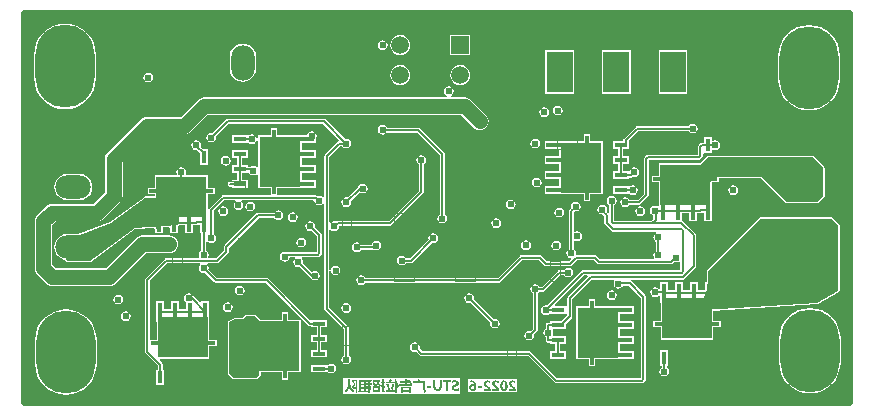
<source format=gbl>
G04*
G04 #@! TF.GenerationSoftware,Altium Limited,Altium Designer,20.0.13 (296)*
G04*
G04 Layer_Physical_Order=4*
G04 Layer_Color=16711680*
%FSLAX24Y24*%
%MOIN*%
G70*
G01*
G75*
%ADD13C,0.0080*%
%ADD25C,0.0200*%
%ADD26C,0.0039*%
%ADD57O,0.1969X0.2756*%
%ADD58O,0.0787X0.1181*%
%ADD59R,0.0866X0.1378*%
%ADD60C,0.0591*%
%ADD61R,0.0591X0.0591*%
%ADD62O,0.1181X0.0787*%
%ADD63C,0.0240*%
%ADD70C,0.0500*%
%ADD71R,0.0433X0.0177*%
%ADD72R,0.0118X0.2165*%
%ADD73R,0.0630X0.0177*%
%ADD74R,0.1378X0.1673*%
%ADD75R,0.0177X0.0433*%
%ADD76R,0.2165X0.0118*%
%ADD77R,0.0177X0.0630*%
%ADD78R,0.1673X0.1378*%
G36*
X27550Y0D02*
X0D01*
Y13000D01*
X27550D01*
Y0D01*
D02*
G37*
%LPC*%
G36*
X11960Y12093D02*
X11898Y12081D01*
X11845Y12045D01*
X11809Y11992D01*
X11797Y11930D01*
X11809Y11868D01*
X11845Y11815D01*
X11898Y11779D01*
X11960Y11767D01*
X12022Y11779D01*
X12075Y11815D01*
X12111Y11868D01*
X12123Y11930D01*
X12111Y11992D01*
X12075Y12045D01*
X12022Y12081D01*
X11960Y12093D01*
D02*
G37*
G36*
X14885Y12266D02*
X14215D01*
Y11595D01*
X14885D01*
Y12266D01*
D02*
G37*
G36*
X12550Y12269D02*
X12462Y12257D01*
X12381Y12224D01*
X12311Y12170D01*
X12257Y12100D01*
X12223Y12018D01*
X12212Y11931D01*
X12223Y11843D01*
X12257Y11762D01*
X12311Y11692D01*
X12381Y11638D01*
X12462Y11604D01*
X12550Y11592D01*
X12638Y11604D01*
X12719Y11638D01*
X12789Y11692D01*
X12843Y11762D01*
X12877Y11843D01*
X12888Y11931D01*
X12877Y12018D01*
X12843Y12100D01*
X12789Y12170D01*
X12719Y12224D01*
X12638Y12257D01*
X12550Y12269D01*
D02*
G37*
G36*
X7300Y11984D02*
X7187Y11969D01*
X7081Y11926D01*
X6991Y11856D01*
X6921Y11766D01*
X6877Y11660D01*
X6863Y11547D01*
Y11153D01*
X6877Y11040D01*
X6921Y10934D01*
X6991Y10844D01*
X7081Y10774D01*
X7187Y10731D01*
X7300Y10716D01*
X7413Y10731D01*
X7519Y10774D01*
X7609Y10844D01*
X7679Y10934D01*
X7723Y11040D01*
X7737Y11153D01*
Y11547D01*
X7723Y11660D01*
X7679Y11766D01*
X7609Y11856D01*
X7519Y11926D01*
X7413Y11969D01*
X7300Y11984D01*
D02*
G37*
G36*
X4150Y11013D02*
X4088Y11001D01*
X4035Y10965D01*
X3999Y10912D01*
X3987Y10850D01*
X3999Y10788D01*
X4035Y10735D01*
X4088Y10699D01*
X4150Y10687D01*
X4212Y10699D01*
X4265Y10735D01*
X4301Y10788D01*
X4313Y10850D01*
X4301Y10912D01*
X4265Y10965D01*
X4212Y11001D01*
X4150Y11013D01*
D02*
G37*
G36*
X14550Y11269D02*
X14462Y11257D01*
X14381Y11223D01*
X14311Y11170D01*
X14257Y11100D01*
X14223Y11018D01*
X14212Y10931D01*
X14223Y10843D01*
X14257Y10762D01*
X14311Y10692D01*
X14381Y10638D01*
X14462Y10604D01*
X14550Y10592D01*
X14638Y10604D01*
X14719Y10638D01*
X14789Y10692D01*
X14843Y10762D01*
X14877Y10843D01*
X14888Y10931D01*
X14877Y11018D01*
X14843Y11100D01*
X14789Y11170D01*
X14719Y11223D01*
X14638Y11257D01*
X14550Y11269D01*
D02*
G37*
G36*
X12550D02*
X12462Y11257D01*
X12381Y11223D01*
X12311Y11170D01*
X12257Y11100D01*
X12223Y11018D01*
X12212Y10931D01*
X12223Y10843D01*
X12257Y10762D01*
X12311Y10692D01*
X12381Y10638D01*
X12462Y10604D01*
X12550Y10592D01*
X12638Y10604D01*
X12719Y10638D01*
X12789Y10692D01*
X12843Y10762D01*
X12877Y10843D01*
X12888Y10931D01*
X12877Y11018D01*
X12843Y11100D01*
X12789Y11170D01*
X12719Y11223D01*
X12638Y11257D01*
X12550Y11269D01*
D02*
G37*
G36*
X22113Y11760D02*
X21167D01*
Y10302D01*
X22113D01*
Y11760D01*
D02*
G37*
G36*
X20223D02*
X19277D01*
Y10302D01*
X20223D01*
Y11760D01*
D02*
G37*
G36*
X18333D02*
X17387D01*
Y10302D01*
X18333D01*
Y11760D01*
D02*
G37*
G36*
X1372Y12645D02*
X1171Y12625D01*
X978Y12566D01*
X800Y12471D01*
X644Y12343D01*
X516Y12187D01*
X421Y12009D01*
X363Y11816D01*
X343Y11615D01*
Y10828D01*
X363Y10627D01*
X421Y10434D01*
X516Y10256D01*
X644Y10100D01*
X800Y9972D01*
X978Y9877D01*
X1171Y9819D01*
X1372Y9799D01*
X1573Y9819D01*
X1766Y9877D01*
X1944Y9972D01*
X2100Y10100D01*
X2228Y10256D01*
X2323Y10434D01*
X2381Y10627D01*
X2401Y10828D01*
Y11615D01*
X2381Y11816D01*
X2323Y12009D01*
X2228Y12187D01*
X2100Y12343D01*
X1944Y12471D01*
X1766Y12566D01*
X1573Y12625D01*
X1372Y12645D01*
D02*
G37*
G36*
X26178Y12601D02*
X25977Y12581D01*
X25784Y12523D01*
X25606Y12428D01*
X25450Y12300D01*
X25322Y12144D01*
X25227Y11966D01*
X25169Y11773D01*
X25149Y11572D01*
Y10785D01*
X25169Y10584D01*
X25227Y10391D01*
X25322Y10213D01*
X25450Y10057D01*
X25606Y9929D01*
X25784Y9834D01*
X25977Y9775D01*
X26178Y9755D01*
X26379Y9775D01*
X26572Y9834D01*
X26750Y9929D01*
X26906Y10057D01*
X27034Y10213D01*
X27129Y10391D01*
X27187Y10584D01*
X27207Y10785D01*
Y11572D01*
X27187Y11773D01*
X27129Y11966D01*
X27034Y12144D01*
X26906Y12300D01*
X26750Y12428D01*
X26572Y12523D01*
X26379Y12581D01*
X26178Y12601D01*
D02*
G37*
G36*
X17800Y9913D02*
X17738Y9901D01*
X17685Y9865D01*
X17649Y9812D01*
X17637Y9750D01*
X17649Y9688D01*
X17685Y9635D01*
X17738Y9599D01*
X17800Y9587D01*
X17862Y9599D01*
X17915Y9635D01*
X17951Y9688D01*
X17963Y9750D01*
X17951Y9812D01*
X17915Y9865D01*
X17862Y9901D01*
X17800Y9913D01*
D02*
G37*
G36*
X17350Y9863D02*
X17288Y9851D01*
X17235Y9815D01*
X17199Y9762D01*
X17187Y9700D01*
X17199Y9638D01*
X17235Y9585D01*
X17288Y9549D01*
X17350Y9537D01*
X17412Y9549D01*
X17465Y9585D01*
X17501Y9638D01*
X17513Y9700D01*
X17501Y9762D01*
X17465Y9815D01*
X17412Y9851D01*
X17350Y9863D01*
D02*
G37*
G36*
X14169Y10556D02*
X14106Y10544D01*
X14053Y10508D01*
X14018Y10455D01*
X14005Y10393D01*
X14018Y10330D01*
X14053Y10277D01*
X14106Y10242D01*
X14099Y10193D01*
X6000D01*
X5924Y10183D01*
X5854Y10153D01*
X5793Y10107D01*
X5229Y9542D01*
X4100D01*
X4024Y9533D01*
X3954Y9503D01*
X3893Y9457D01*
X2793Y8357D01*
X2747Y8296D01*
X2717Y8226D01*
X2707Y8150D01*
Y7021D01*
X2329Y6643D01*
X943D01*
X867Y6633D01*
X797Y6603D01*
X736Y6557D01*
X443Y6264D01*
X397Y6203D01*
X367Y6133D01*
X358Y6057D01*
Y4493D01*
X367Y4417D01*
X397Y4347D01*
X443Y4286D01*
X736Y3993D01*
X797Y3947D01*
X867Y3917D01*
X943Y3907D01*
X2850D01*
X2926Y3917D01*
X2996Y3947D01*
X3057Y3993D01*
X4071Y5008D01*
X4850D01*
X4926Y5017D01*
X4996Y5047D01*
X5057Y5093D01*
X5103Y5154D01*
X5133Y5224D01*
X5142Y5300D01*
X5133Y5376D01*
X5103Y5446D01*
X5057Y5507D01*
X4996Y5553D01*
X4926Y5583D01*
X4850Y5592D01*
X3950D01*
X3874Y5583D01*
X3804Y5553D01*
X3743Y5507D01*
X2729Y4493D01*
X1064D01*
X943Y4614D01*
Y5936D01*
X1064Y6058D01*
X2450D01*
X2526Y6067D01*
X2596Y6097D01*
X2657Y6143D01*
X3207Y6693D01*
X3253Y6754D01*
X3283Y6824D01*
X3293Y6900D01*
Y8029D01*
X4221Y8957D01*
X5350D01*
X5426Y8967D01*
X5496Y8997D01*
X5557Y9043D01*
X6121Y9607D01*
X14569D01*
X14993Y9183D01*
X15054Y9136D01*
X15124Y9107D01*
X15200Y9097D01*
X15276Y9107D01*
X15346Y9136D01*
X15407Y9183D01*
X15453Y9244D01*
X15483Y9314D01*
X15493Y9390D01*
X15483Y9465D01*
X15453Y9536D01*
X15407Y9597D01*
X14897Y10107D01*
X14836Y10153D01*
X14765Y10183D01*
X14690Y10193D01*
X14238D01*
X14231Y10242D01*
X14284Y10277D01*
X14319Y10330D01*
X14332Y10393D01*
X14319Y10455D01*
X14284Y10508D01*
X14231Y10544D01*
X14169Y10556D01*
D02*
G37*
G36*
X22300Y9313D02*
X22238Y9301D01*
X22185Y9265D01*
X22162Y9232D01*
X20450D01*
X20419Y9225D01*
X20392Y9208D01*
X20392Y9208D01*
X20000Y8815D01*
X19982Y8789D01*
X19976Y8757D01*
X19940Y8729D01*
X19643D01*
Y8471D01*
X19818D01*
Y8229D01*
X19643D01*
Y7971D01*
X19818D01*
Y7729D01*
X19643D01*
Y7471D01*
X20157D01*
Y7518D01*
X20250D01*
X20250Y7518D01*
X20281Y7525D01*
X20308Y7542D01*
X20310Y7545D01*
X20350Y7537D01*
X20412Y7549D01*
X20465Y7585D01*
X20501Y7638D01*
X20513Y7700D01*
X20501Y7762D01*
X20465Y7815D01*
X20412Y7851D01*
X20350Y7863D01*
X20288Y7851D01*
X20235Y7815D01*
X20199Y7762D01*
X20197Y7751D01*
X20157Y7729D01*
X20146Y7729D01*
X19982D01*
Y7971D01*
X20157D01*
Y8229D01*
X19982D01*
Y8471D01*
X20157D01*
Y8729D01*
X20157Y8729D01*
X20157D01*
X20182Y8767D01*
X20484Y9068D01*
X22162D01*
X22185Y9035D01*
X22238Y8999D01*
X22300Y8987D01*
X22362Y8999D01*
X22415Y9035D01*
X22451Y9088D01*
X22463Y9150D01*
X22451Y9212D01*
X22415Y9265D01*
X22362Y9301D01*
X22300Y9313D01*
D02*
G37*
G36*
X18857Y8973D02*
X18659D01*
Y8727D01*
X18070D01*
Y8729D01*
X17360D01*
Y8471D01*
X17832D01*
Y8229D01*
X17360D01*
Y7971D01*
X17832D01*
Y7729D01*
X17360D01*
Y7471D01*
X17832D01*
Y7229D01*
X17360D01*
Y6971D01*
X18070D01*
Y6973D01*
X18659D01*
Y6727D01*
X18857D01*
Y6973D01*
X19290D01*
Y8727D01*
X18857D01*
Y8973D01*
D02*
G37*
G36*
X17050Y8813D02*
X16988Y8801D01*
X16935Y8765D01*
X16899Y8712D01*
X16887Y8650D01*
X16899Y8588D01*
X16935Y8535D01*
X16988Y8499D01*
X17050Y8487D01*
X17112Y8499D01*
X17165Y8535D01*
X17201Y8588D01*
X17213Y8650D01*
X17201Y8712D01*
X17165Y8765D01*
X17112Y8801D01*
X17050Y8813D01*
D02*
G37*
G36*
X22929Y8857D02*
X22671D01*
Y8682D01*
X22597D01*
X22566Y8675D01*
X22539Y8658D01*
X22539Y8658D01*
X22492Y8611D01*
X22475Y8584D01*
X22468Y8553D01*
X22468Y8553D01*
Y8282D01*
X20797D01*
X20766Y8275D01*
X20739Y8258D01*
X20739Y8258D01*
X20692Y8211D01*
X20675Y8184D01*
X20668Y8153D01*
X20668Y8153D01*
Y6984D01*
X20466Y6782D01*
X20188D01*
X20165Y6815D01*
X20112Y6851D01*
X20050Y6863D01*
X19988Y6851D01*
X19935Y6815D01*
X19899Y6762D01*
X19887Y6700D01*
X19899Y6638D01*
X19935Y6585D01*
X19988Y6549D01*
X20050Y6537D01*
X20112Y6549D01*
X20165Y6585D01*
X20188Y6618D01*
X20500D01*
X20500Y6618D01*
X20531Y6625D01*
X20558Y6642D01*
X20808Y6892D01*
X20808Y6892D01*
X20825Y6919D01*
X20832Y6950D01*
Y8118D01*
X22503D01*
X22503Y8118D01*
X22534Y8125D01*
X22561Y8142D01*
X22608Y8189D01*
X22608Y8189D01*
X22625Y8216D01*
X22632Y8247D01*
Y8319D01*
X22671Y8343D01*
X22929D01*
Y8429D01*
X22979Y8455D01*
X22988Y8449D01*
X23050Y8437D01*
X23112Y8449D01*
X23165Y8485D01*
X23201Y8538D01*
X23213Y8600D01*
X23201Y8662D01*
X23165Y8715D01*
X23112Y8751D01*
X23050Y8763D01*
X22988Y8751D01*
X22979Y8745D01*
X22929Y8771D01*
Y8857D01*
D02*
G37*
G36*
X5750Y8763D02*
X5688Y8751D01*
X5635Y8715D01*
X5599Y8662D01*
X5587Y8600D01*
X5599Y8538D01*
X5635Y8485D01*
X5688Y8449D01*
X5750Y8437D01*
X5771Y8441D01*
X5871Y8341D01*
Y7943D01*
X6129D01*
Y8457D01*
X5987D01*
X5902Y8542D01*
X5913Y8600D01*
X5901Y8662D01*
X5865Y8715D01*
X5812Y8751D01*
X5750Y8763D01*
D02*
G37*
G36*
X6730Y8243D02*
X6668Y8231D01*
X6615Y8195D01*
X6579Y8142D01*
X6567Y8080D01*
X6579Y8018D01*
X6615Y7965D01*
X6668Y7929D01*
X6730Y7917D01*
X6792Y7929D01*
X6845Y7965D01*
X6881Y8018D01*
X6893Y8080D01*
X6881Y8142D01*
X6845Y8195D01*
X6792Y8231D01*
X6730Y8243D01*
D02*
G37*
G36*
X20300Y7263D02*
X20238Y7251D01*
X20206Y7230D01*
X20157Y7229D01*
X20157Y7229D01*
X20157Y7229D01*
X19643D01*
Y6971D01*
X20157D01*
X20157Y6971D01*
X20206Y6970D01*
X20238Y6949D01*
X20300Y6937D01*
X20362Y6949D01*
X20415Y6985D01*
X20451Y7038D01*
X20463Y7100D01*
X20451Y7162D01*
X20415Y7215D01*
X20362Y7251D01*
X20300Y7263D01*
D02*
G37*
G36*
X17100Y7513D02*
X17038Y7501D01*
X16985Y7465D01*
X16949Y7412D01*
X16937Y7350D01*
X16949Y7288D01*
X16985Y7235D01*
X17038Y7199D01*
X17100Y7187D01*
X17162Y7199D01*
X17215Y7235D01*
X17251Y7288D01*
X17263Y7350D01*
X17251Y7412D01*
X17215Y7465D01*
X17162Y7501D01*
X17100Y7513D01*
D02*
G37*
G36*
X10000Y9482D02*
X10000Y9482D01*
X6800D01*
X6769Y9475D01*
X6742Y9458D01*
X6742Y9458D01*
X6290Y9005D01*
X6250Y9013D01*
X6188Y9001D01*
X6135Y8965D01*
X6099Y8912D01*
X6087Y8850D01*
X6099Y8788D01*
X6135Y8735D01*
X6188Y8699D01*
X6250Y8687D01*
X6312Y8699D01*
X6365Y8735D01*
X6401Y8788D01*
X6413Y8850D01*
X6405Y8890D01*
X6834Y9318D01*
X9966D01*
X10507Y8777D01*
X10485Y8729D01*
X10469Y8725D01*
X10442Y8708D01*
X10442Y8708D01*
X10042Y8308D01*
X10025Y8281D01*
X10018Y8250D01*
X10018Y8250D01*
Y6876D01*
X9968Y6861D01*
X9965Y6865D01*
X9912Y6901D01*
X9850Y6913D01*
X9788Y6901D01*
X9781Y6908D01*
X9754Y6925D01*
X9723Y6932D01*
X9723Y6932D01*
X8441D01*
Y7173D01*
X9030D01*
Y7171D01*
X9740D01*
Y7429D01*
X9268D01*
Y7671D01*
X9740D01*
Y7929D01*
X9268D01*
Y8171D01*
X9740D01*
Y8429D01*
X9268D01*
Y8671D01*
X9740D01*
Y8822D01*
X9751Y8838D01*
X9763Y8900D01*
X9751Y8962D01*
X9715Y9015D01*
X9662Y9051D01*
X9600Y9063D01*
X9538Y9051D01*
X9485Y9015D01*
X9449Y8962D01*
X9443Y8929D01*
X9030D01*
Y8927D01*
X8441D01*
Y9173D01*
X8243D01*
Y8927D01*
X7810D01*
Y8823D01*
X7760Y8818D01*
X7757Y8830D01*
X7751Y8862D01*
X7715Y8915D01*
X7662Y8951D01*
X7600Y8963D01*
X7538Y8951D01*
X7506Y8930D01*
X7457Y8929D01*
X7457Y8929D01*
X7457Y8929D01*
X6943D01*
Y8671D01*
X7457D01*
X7457Y8671D01*
X7506Y8670D01*
X7538Y8649D01*
X7600Y8637D01*
X7662Y8649D01*
X7715Y8685D01*
X7751Y8738D01*
X7757Y8770D01*
X7760Y8782D01*
X7810Y8777D01*
Y7889D01*
X7785Y7876D01*
X7760Y7869D01*
X7712Y7901D01*
X7650Y7913D01*
X7588Y7901D01*
X7559Y7882D01*
X7457D01*
Y7929D01*
X7282D01*
Y8171D01*
X7457D01*
Y8429D01*
X6943D01*
Y8171D01*
X7118D01*
Y7929D01*
X6943D01*
Y7671D01*
X7118D01*
Y7429D01*
X6943D01*
Y7382D01*
X6880D01*
X6849Y7375D01*
X6822Y7358D01*
X6805Y7331D01*
X6798Y7300D01*
X6805Y7269D01*
X6822Y7242D01*
X6849Y7225D01*
X6880Y7218D01*
X6943D01*
Y7171D01*
X7457D01*
Y7429D01*
X7282D01*
Y7671D01*
X7457D01*
X7457Y7671D01*
X7507Y7677D01*
X7535Y7635D01*
X7588Y7599D01*
X7650Y7587D01*
X7712Y7599D01*
X7760Y7631D01*
X7785Y7624D01*
X7810Y7611D01*
Y7173D01*
X8243D01*
Y6932D01*
X6650D01*
X6619Y6925D01*
X6592Y6908D01*
X6592Y6908D01*
X6192Y6508D01*
X6177Y6484D01*
X6173Y6484D01*
X6127Y6509D01*
Y6959D01*
X6373D01*
Y7157D01*
X6127D01*
Y7590D01*
X5427D01*
X5401Y7632D01*
X5401Y7640D01*
X5413Y7700D01*
X5401Y7762D01*
X5365Y7815D01*
X5312Y7851D01*
X5250Y7863D01*
X5188Y7851D01*
X5135Y7815D01*
X5099Y7762D01*
X5087Y7700D01*
X5099Y7640D01*
X5099Y7632D01*
X5073Y7590D01*
X4373D01*
Y7157D01*
X4127D01*
Y6959D01*
X4373D01*
Y6893D01*
X4050D01*
X4037Y6888D01*
X4024Y6885D01*
X2879Y6038D01*
X1810Y5637D01*
X1453D01*
X1340Y5623D01*
X1234Y5579D01*
X1144Y5509D01*
X1074Y5419D01*
X1031Y5313D01*
X1016Y5200D01*
X1031Y5087D01*
X1074Y4981D01*
X1144Y4891D01*
X1234Y4821D01*
X1340Y4777D01*
X1377Y4773D01*
X1379Y4770D01*
X1380Y4766D01*
X1408Y4725D01*
X1412Y4723D01*
X1413Y4719D01*
X1425Y4714D01*
X1436Y4707D01*
X1440Y4708D01*
X1444Y4707D01*
X2200D01*
X2212Y4712D01*
X2226Y4715D01*
X3715Y5808D01*
X4323Y5850D01*
X4371Y5803D01*
Y5660D01*
X4629D01*
Y5871D01*
X4835Y5885D01*
X4871Y5851D01*
Y5660D01*
X5129D01*
Y5905D01*
X5153Y5907D01*
X5164Y5912D01*
X5175Y5915D01*
X5178Y5919D01*
X5183Y5922D01*
X5185Y5928D01*
X5371D01*
Y5660D01*
X5629D01*
Y5933D01*
X5745D01*
X5745Y5933D01*
X5770Y5938D01*
X5871D01*
Y5660D01*
X5918D01*
Y5088D01*
X5885Y5065D01*
X5849Y5012D01*
X5837Y4950D01*
X5849Y4888D01*
X5853Y4882D01*
X5827Y4832D01*
X4750D01*
X4719Y4825D01*
X4692Y4808D01*
X4692Y4808D01*
X4060Y4175D01*
X4042Y4149D01*
X4036Y4117D01*
X4036Y4117D01*
Y1716D01*
X4036Y1716D01*
X4042Y1684D01*
X4060Y1658D01*
X4468Y1249D01*
Y1118D01*
X4421D01*
Y605D01*
X4679D01*
Y1118D01*
X4632D01*
Y1283D01*
X4632Y1283D01*
X4625Y1314D01*
X4608Y1341D01*
X4608Y1341D01*
X4524Y1425D01*
X4543Y1471D01*
X6177D01*
Y1904D01*
X6423D01*
Y2102D01*
X6177D01*
Y2691D01*
X6179D01*
Y3401D01*
X5921D01*
Y3359D01*
X5875Y3340D01*
X5658Y3558D01*
X5651Y3562D01*
X5651Y3562D01*
X5615Y3615D01*
X5562Y3651D01*
X5500Y3663D01*
X5438Y3651D01*
X5385Y3615D01*
X5349Y3562D01*
X5337Y3500D01*
X5349Y3438D01*
X5385Y3385D01*
X5421Y3360D01*
Y3132D01*
X5179D01*
Y3401D01*
X4921D01*
Y3128D01*
X4806D01*
X4806Y3128D01*
X4775Y3122D01*
X4775Y3122D01*
X4679D01*
Y3401D01*
X4421D01*
Y2691D01*
X4423D01*
Y2102D01*
X4199D01*
Y4084D01*
X4784Y4668D01*
X5874D01*
X5889Y4618D01*
X5885Y4615D01*
X5849Y4562D01*
X5837Y4500D01*
X5849Y4438D01*
X5885Y4385D01*
X5938Y4349D01*
X6000Y4337D01*
X6040Y4345D01*
X6342Y4042D01*
X6342Y4042D01*
X6369Y4025D01*
X6400Y4018D01*
X8056D01*
X9259Y2815D01*
X9227Y2777D01*
X9184Y2777D01*
X8799D01*
Y3023D01*
X8601D01*
Y2777D01*
X8012D01*
Y2779D01*
X7881D01*
X7881Y2781D01*
X7731Y2931D01*
X7700Y2943D01*
X7400D01*
X7369Y2931D01*
X7282Y2843D01*
X7050D01*
X7041Y2839D01*
X7031Y2839D01*
X6831Y2739D01*
X6826Y2733D01*
X6819Y2731D01*
X6816Y2721D01*
X6809Y2714D01*
X6809Y2707D01*
X6807Y2700D01*
Y1000D01*
X6819Y969D01*
X6969Y819D01*
X7000Y807D01*
X7750D01*
X7781Y819D01*
X7881Y919D01*
X7893Y950D01*
Y1021D01*
X8012D01*
Y1023D01*
X8601D01*
Y777D01*
X8799D01*
Y1023D01*
X9232D01*
Y2727D01*
X9232Y2772D01*
X9271Y2804D01*
X9482Y2592D01*
X9482Y2592D01*
X9509Y2575D01*
X9540Y2568D01*
X9585Y2559D01*
Y2521D01*
X9758D01*
Y2279D01*
X9585D01*
Y2021D01*
X9758D01*
Y1779D01*
X9585D01*
Y1521D01*
X10098D01*
Y1779D01*
X9922D01*
Y2021D01*
X10098D01*
Y2279D01*
X9922D01*
Y2521D01*
X10098D01*
Y2779D01*
X9585D01*
Y2779D01*
X9535Y2770D01*
X8148Y4158D01*
X8121Y4175D01*
X8090Y4182D01*
X8090Y4182D01*
X6434D01*
X6155Y4460D01*
X6163Y4500D01*
X6151Y4562D01*
X6115Y4615D01*
X6111Y4618D01*
X6126Y4668D01*
X6450D01*
X6450Y4668D01*
X6481Y4675D01*
X6508Y4692D01*
X6808Y4992D01*
X6825Y5019D01*
X6832Y5050D01*
X6832Y5050D01*
Y5177D01*
X7836Y6182D01*
X8348D01*
X8371Y6148D01*
X8424Y6113D01*
X8486Y6100D01*
X8549Y6113D01*
X8602Y6148D01*
X8637Y6201D01*
X8650Y6264D01*
X8637Y6326D01*
X8602Y6379D01*
X8549Y6414D01*
X8486Y6427D01*
X8424Y6414D01*
X8371Y6379D01*
X8348Y6345D01*
X7803D01*
X7771Y6339D01*
X7745Y6321D01*
X7745Y6321D01*
X6692Y5269D01*
X6675Y5242D01*
X6668Y5211D01*
X6668Y5211D01*
Y5084D01*
X6416Y4832D01*
X6173D01*
X6147Y4882D01*
X6151Y4888D01*
X6163Y4950D01*
X6151Y5012D01*
X6115Y5065D01*
X6082Y5088D01*
Y5376D01*
X6132Y5392D01*
X6139Y5380D01*
X6192Y5345D01*
X6255Y5332D01*
X6317Y5345D01*
X6370Y5380D01*
X6405Y5433D01*
X6418Y5495D01*
X6405Y5558D01*
X6370Y5611D01*
X6332Y5636D01*
Y6416D01*
X6684Y6768D01*
X7044D01*
X7059Y6718D01*
X7039Y6705D01*
X7004Y6652D01*
X6992Y6590D01*
X7004Y6528D01*
X7039Y6475D01*
X7092Y6439D01*
X7155Y6427D01*
X7217Y6439D01*
X7270Y6475D01*
X7305Y6528D01*
X7318Y6590D01*
X7305Y6652D01*
X7270Y6705D01*
X7250Y6718D01*
X7266Y6768D01*
X9640D01*
X9687Y6750D01*
X9699Y6688D01*
X9735Y6635D01*
X9788Y6599D01*
X9850Y6587D01*
X9912Y6599D01*
X9965Y6635D01*
X9968Y6639D01*
X10018Y6624D01*
Y3150D01*
X10018Y3150D01*
X10025Y3119D01*
X10042Y3092D01*
X10668Y2466D01*
Y1588D01*
X10635Y1565D01*
X10599Y1512D01*
X10587Y1450D01*
X10599Y1388D01*
X10635Y1335D01*
X10688Y1299D01*
X10750Y1287D01*
X10812Y1299D01*
X10865Y1335D01*
X10901Y1388D01*
X10913Y1450D01*
X10901Y1512D01*
X10865Y1565D01*
X10832Y1588D01*
Y2500D01*
X10832Y2500D01*
X10825Y2531D01*
X10808Y2558D01*
X10808Y2558D01*
X10182Y3184D01*
Y4400D01*
X10232Y4404D01*
X10236Y4384D01*
X10241Y4356D01*
X10277Y4303D01*
X10330Y4267D01*
X10392Y4255D01*
X10454Y4267D01*
X10507Y4303D01*
X10543Y4356D01*
X10555Y4418D01*
X10543Y4480D01*
X10507Y4533D01*
X10454Y4569D01*
X10392Y4581D01*
X10330Y4569D01*
X10277Y4533D01*
X10241Y4480D01*
X10236Y4452D01*
X10232Y4431D01*
X10182Y4436D01*
Y5774D01*
X10232Y5789D01*
X10235Y5785D01*
X10288Y5749D01*
X10350Y5737D01*
X10412Y5749D01*
X10465Y5785D01*
X10501Y5838D01*
X10513Y5900D01*
X10560Y5918D01*
X12200D01*
X12200Y5918D01*
X12231Y5925D01*
X12258Y5942D01*
X13308Y6992D01*
X13308Y6992D01*
X13325Y7019D01*
X13332Y7050D01*
Y7962D01*
X13365Y7985D01*
X13401Y8038D01*
X13413Y8100D01*
X13401Y8162D01*
X13365Y8215D01*
X13312Y8251D01*
X13250Y8263D01*
X13188Y8251D01*
X13135Y8215D01*
X13099Y8162D01*
X13087Y8100D01*
X13099Y8038D01*
X13135Y7985D01*
X13168Y7962D01*
Y7084D01*
X12166Y6082D01*
X10477D01*
X10446Y6075D01*
X10419Y6058D01*
X10419Y6058D01*
X10412Y6051D01*
X10350Y6063D01*
X10288Y6051D01*
X10235Y6015D01*
X10232Y6011D01*
X10182Y6026D01*
Y8216D01*
X10534Y8568D01*
X10612D01*
X10635Y8535D01*
X10688Y8499D01*
X10750Y8487D01*
X10812Y8499D01*
X10865Y8535D01*
X10901Y8588D01*
X10913Y8650D01*
X10901Y8712D01*
X10865Y8765D01*
X10812Y8801D01*
X10750Y8813D01*
X10710Y8805D01*
X10058Y9458D01*
X10031Y9475D01*
X10000Y9482D01*
D02*
G37*
G36*
X11300Y7313D02*
X11238Y7301D01*
X11185Y7265D01*
X11149Y7212D01*
X11149Y7212D01*
X11142Y7208D01*
X10790Y6855D01*
X10750Y6863D01*
X10688Y6851D01*
X10635Y6815D01*
X10599Y6762D01*
X10587Y6700D01*
X10599Y6638D01*
X10635Y6585D01*
X10688Y6549D01*
X10750Y6537D01*
X10812Y6549D01*
X10865Y6585D01*
X10901Y6638D01*
X10913Y6700D01*
X10905Y6740D01*
X11194Y7028D01*
X11238Y6999D01*
X11300Y6987D01*
X11362Y6999D01*
X11415Y7035D01*
X11451Y7088D01*
X11463Y7150D01*
X11451Y7212D01*
X11415Y7265D01*
X11362Y7301D01*
X11300Y7313D01*
D02*
G37*
G36*
X23650Y7263D02*
X23588Y7251D01*
X23535Y7215D01*
X23499Y7162D01*
X23487Y7100D01*
X23499Y7038D01*
X23535Y6985D01*
X23588Y6949D01*
X23650Y6937D01*
X23712Y6949D01*
X23765Y6985D01*
X23801Y7038D01*
X23813Y7100D01*
X23801Y7162D01*
X23765Y7215D01*
X23712Y7251D01*
X23650Y7263D01*
D02*
G37*
G36*
X1847Y7637D02*
X1453D01*
X1340Y7623D01*
X1234Y7579D01*
X1144Y7509D01*
X1074Y7419D01*
X1031Y7313D01*
X1016Y7200D01*
X1031Y7087D01*
X1074Y6981D01*
X1144Y6891D01*
X1234Y6821D01*
X1340Y6777D01*
X1453Y6763D01*
X1847D01*
X1960Y6777D01*
X2066Y6821D01*
X2156Y6891D01*
X2226Y6981D01*
X2269Y7087D01*
X2284Y7200D01*
X2269Y7313D01*
X2226Y7419D01*
X2156Y7509D01*
X2066Y7579D01*
X1960Y7623D01*
X1847Y7637D01*
D02*
G37*
G36*
X26300Y8243D02*
X22800D01*
X22769Y8231D01*
X22529Y7990D01*
X21173D01*
Y7557D01*
X20927D01*
Y7359D01*
X21173D01*
Y6770D01*
X21171D01*
Y6573D01*
X21121Y6546D01*
X21092Y6566D01*
X21030Y6578D01*
X20968Y6566D01*
X20915Y6530D01*
X20879Y6477D01*
X20867Y6415D01*
X20879Y6353D01*
X20915Y6300D01*
X20968Y6264D01*
X20979Y6262D01*
Y6186D01*
X20979Y6186D01*
X20983Y6164D01*
Y6149D01*
X20916Y6082D01*
X19679D01*
Y6610D01*
X19713Y6632D01*
X19748Y6685D01*
X19761Y6747D01*
X19748Y6810D01*
X19713Y6863D01*
X19660Y6898D01*
X19597Y6911D01*
X19535Y6898D01*
X19482Y6863D01*
X19447Y6810D01*
X19434Y6747D01*
X19447Y6685D01*
X19482Y6632D01*
X19516Y6610D01*
Y6358D01*
X19466Y6338D01*
X19426Y6378D01*
X19432Y6388D01*
X19445Y6450D01*
X19432Y6512D01*
X19397Y6565D01*
X19344Y6601D01*
X19282Y6613D01*
X19219Y6601D01*
X19166Y6565D01*
X19131Y6512D01*
X19118Y6450D01*
X19131Y6388D01*
X19166Y6335D01*
X19219Y6299D01*
X19282Y6287D01*
X19285Y6288D01*
X19348Y6225D01*
Y6017D01*
X19348Y6017D01*
X19354Y5986D01*
X19372Y5959D01*
X19589Y5742D01*
X19589Y5742D01*
X19615Y5725D01*
X19646Y5718D01*
X19646Y5718D01*
X21059D01*
X21085Y5672D01*
X21084Y5668D01*
X21035Y5635D01*
X20999Y5582D01*
X20987Y5520D01*
X20999Y5457D01*
X21035Y5404D01*
X21068Y5382D01*
Y5070D01*
X21035Y5047D01*
X20999Y4994D01*
X20987Y4932D01*
X20999Y4869D01*
X21017Y4843D01*
X20990Y4793D01*
X19200D01*
X19085Y4908D01*
X19059Y4925D01*
X19027Y4932D01*
X19027Y4932D01*
X18450D01*
X18410Y4977D01*
X18409Y4980D01*
X18413Y5000D01*
X18401Y5062D01*
X18365Y5115D01*
X18332Y5138D01*
Y5395D01*
X18382Y5422D01*
X18388Y5418D01*
X18450Y5405D01*
X18512Y5418D01*
X18565Y5453D01*
X18601Y5506D01*
X18613Y5568D01*
X18601Y5631D01*
X18565Y5684D01*
X18512Y5719D01*
X18450Y5732D01*
X18388Y5719D01*
X18382Y5715D01*
X18332Y5742D01*
Y6358D01*
X18371Y6393D01*
X18400Y6387D01*
X18462Y6399D01*
X18515Y6435D01*
X18551Y6488D01*
X18563Y6550D01*
X18551Y6612D01*
X18515Y6665D01*
X18462Y6701D01*
X18400Y6713D01*
X18338Y6701D01*
X18285Y6665D01*
X18249Y6612D01*
X18237Y6550D01*
X18245Y6510D01*
X18192Y6458D01*
X18175Y6431D01*
X18168Y6400D01*
X18168Y6400D01*
Y5138D01*
X18135Y5115D01*
X18099Y5062D01*
X18087Y5000D01*
X18099Y4938D01*
X18135Y4885D01*
X18188Y4849D01*
X18223Y4842D01*
X18239Y4788D01*
X18183Y4732D01*
X17429D01*
X17253Y4908D01*
X17227Y4925D01*
X17196Y4932D01*
X17196Y4932D01*
X16585D01*
X16554Y4925D01*
X16527Y4908D01*
X16527Y4908D01*
X15801Y4182D01*
X11388D01*
X11365Y4215D01*
X11312Y4251D01*
X11250Y4263D01*
X11188Y4251D01*
X11135Y4215D01*
X11099Y4162D01*
X11087Y4100D01*
X11099Y4038D01*
X11135Y3985D01*
X11188Y3949D01*
X11250Y3937D01*
X11312Y3949D01*
X11365Y3985D01*
X11388Y4018D01*
X15835D01*
X15835Y4018D01*
X15866Y4025D01*
X15893Y4042D01*
X16619Y4768D01*
X17162D01*
X17338Y4592D01*
X17338Y4592D01*
X17364Y4575D01*
X17396Y4568D01*
X17396Y4568D01*
X18217D01*
X18217Y4568D01*
X18248Y4575D01*
X18275Y4592D01*
X18451Y4768D01*
X18994D01*
X19108Y4654D01*
X19108Y4654D01*
X19135Y4636D01*
X19166Y4630D01*
X21568D01*
X21568Y4630D01*
X21600Y4636D01*
X21626Y4654D01*
X21678Y4706D01*
X21688Y4699D01*
X21750Y4687D01*
X21812Y4699D01*
X21838Y4717D01*
X21888Y4690D01*
Y4432D01*
X18650D01*
X18650Y4432D01*
X18619Y4425D01*
X18592Y4408D01*
X17440Y3255D01*
X17400Y3263D01*
X17338Y3251D01*
X17285Y3215D01*
X17249Y3162D01*
X17237Y3100D01*
X17249Y3038D01*
X17285Y2985D01*
X17338Y2949D01*
X17400Y2937D01*
X17462Y2949D01*
X17494Y2970D01*
X17543Y2971D01*
X17543Y2971D01*
X17543Y2971D01*
X18057D01*
Y3229D01*
X17709D01*
X17690Y3275D01*
X18684Y4268D01*
X18782D01*
X18803Y4218D01*
X18142Y3558D01*
X18125Y3531D01*
X18118Y3500D01*
X18118Y3500D01*
Y2934D01*
X17919Y2734D01*
X17915Y2729D01*
X17543D01*
Y2682D01*
X17480D01*
X17449Y2675D01*
X17422Y2658D01*
X17405Y2631D01*
X17398Y2600D01*
Y2488D01*
X17365Y2465D01*
X17329Y2412D01*
X17317Y2350D01*
X17329Y2288D01*
X17365Y2235D01*
X17398Y2212D01*
Y2100D01*
X17405Y2069D01*
X17422Y2042D01*
X17449Y2025D01*
X17480Y2018D01*
X17543D01*
Y1971D01*
X17718D01*
Y1729D01*
X17543D01*
Y1471D01*
X18057D01*
Y1729D01*
X17882D01*
Y1971D01*
X18057D01*
Y2229D01*
X17651D01*
X17625Y2279D01*
X17631Y2288D01*
X17643Y2350D01*
X17631Y2412D01*
X17625Y2421D01*
X17651Y2471D01*
X18057D01*
Y2641D01*
X18057Y2641D01*
X18258Y2842D01*
X18258Y2842D01*
X18275Y2869D01*
X18282Y2900D01*
X18282Y2900D01*
Y3466D01*
X18934Y4118D01*
X19660D01*
X19687Y4068D01*
X19669Y4042D01*
X19657Y3980D01*
X19669Y3918D01*
X19705Y3865D01*
X19758Y3829D01*
X19820Y3817D01*
X19882Y3829D01*
X19935Y3865D01*
X19971Y3918D01*
X19971Y3918D01*
X20166D01*
X20568Y3516D01*
Y834D01*
X20566Y832D01*
X17784D01*
X16908Y1708D01*
X16881Y1725D01*
X16850Y1732D01*
X16850Y1732D01*
X13284D01*
X13190Y1826D01*
X13198Y1865D01*
X13185Y1928D01*
X13150Y1981D01*
X13097Y2016D01*
X13035Y2028D01*
X12972Y2016D01*
X12919Y1981D01*
X12884Y1928D01*
X12872Y1865D01*
X12884Y1803D01*
X12919Y1750D01*
X12972Y1715D01*
X13035Y1702D01*
X13074Y1710D01*
X13192Y1592D01*
X13219Y1575D01*
X13250Y1568D01*
X13250Y1568D01*
X16816D01*
X17692Y692D01*
X17692Y692D01*
X17719Y675D01*
X17750Y668D01*
X20600D01*
X20600Y668D01*
X20631Y675D01*
X20658Y692D01*
X20708Y742D01*
X20708Y742D01*
X20725Y769D01*
X20732Y800D01*
X20732Y800D01*
Y3550D01*
X20732Y3550D01*
X20725Y3581D01*
X20708Y3608D01*
X20258Y4058D01*
X20242Y4068D01*
X20251Y4118D01*
X21971D01*
X21971Y4118D01*
X22002Y4125D01*
X22029Y4142D01*
X22385Y4498D01*
X22402Y4525D01*
X22408Y4556D01*
X22408Y4556D01*
Y5594D01*
X22408Y5594D01*
X22402Y5625D01*
X22385Y5652D01*
X22385Y5652D01*
X21979Y6058D01*
X21952Y6075D01*
X21929Y6080D01*
Y6328D01*
X22171D01*
Y6060D01*
X22429D01*
Y6333D01*
X22545D01*
X22545Y6333D01*
X22570Y6338D01*
X22671D01*
Y6060D01*
X22929D01*
Y6770D01*
X22927D01*
Y7359D01*
X23173D01*
Y7507D01*
X24582D01*
X25419Y6669D01*
X25450Y6657D01*
X26450D01*
X26481Y6669D01*
X26681Y6869D01*
X26693Y6900D01*
Y7850D01*
X26681Y7881D01*
X26331Y8231D01*
X26300Y8243D01*
D02*
G37*
G36*
X16230Y6783D02*
X16168Y6771D01*
X16115Y6735D01*
X16079Y6682D01*
X16067Y6620D01*
X16079Y6558D01*
X16115Y6505D01*
X16168Y6469D01*
X16230Y6457D01*
X16292Y6469D01*
X16345Y6505D01*
X16381Y6558D01*
X16393Y6620D01*
X16381Y6682D01*
X16345Y6735D01*
X16292Y6771D01*
X16230Y6783D01*
D02*
G37*
G36*
X7550Y6713D02*
X7488Y6701D01*
X7435Y6665D01*
X7399Y6612D01*
X7387Y6550D01*
X7399Y6488D01*
X7435Y6435D01*
X7488Y6399D01*
X7550Y6387D01*
X7612Y6399D01*
X7665Y6435D01*
X7701Y6488D01*
X7713Y6550D01*
X7701Y6612D01*
X7665Y6665D01*
X7612Y6701D01*
X7550Y6713D01*
D02*
G37*
G36*
X20550Y6563D02*
X20488Y6551D01*
X20435Y6515D01*
X20399Y6462D01*
X20387Y6400D01*
X20399Y6338D01*
X20435Y6285D01*
X20488Y6249D01*
X20550Y6237D01*
X20612Y6249D01*
X20665Y6285D01*
X20701Y6338D01*
X20713Y6400D01*
X20701Y6462D01*
X20665Y6515D01*
X20612Y6551D01*
X20550Y6563D01*
D02*
G37*
G36*
X6650D02*
X6588Y6551D01*
X6535Y6515D01*
X6499Y6462D01*
X6487Y6400D01*
X6499Y6338D01*
X6535Y6285D01*
X6588Y6249D01*
X6650Y6237D01*
X6712Y6249D01*
X6765Y6285D01*
X6801Y6338D01*
X6813Y6400D01*
X6801Y6462D01*
X6765Y6515D01*
X6712Y6551D01*
X6650Y6563D01*
D02*
G37*
G36*
X17850Y6513D02*
X17788Y6501D01*
X17735Y6465D01*
X17699Y6412D01*
X17687Y6350D01*
X17699Y6288D01*
X17735Y6235D01*
X17788Y6199D01*
X17850Y6187D01*
X17912Y6199D01*
X17965Y6235D01*
X18001Y6288D01*
X18013Y6350D01*
X18001Y6412D01*
X17965Y6465D01*
X17912Y6501D01*
X17850Y6513D01*
D02*
G37*
G36*
X8970Y6363D02*
X8908Y6351D01*
X8855Y6315D01*
X8819Y6262D01*
X8807Y6200D01*
X8819Y6138D01*
X8855Y6085D01*
X8908Y6049D01*
X8970Y6037D01*
X9032Y6049D01*
X9085Y6085D01*
X9121Y6138D01*
X9133Y6200D01*
X9121Y6262D01*
X9085Y6315D01*
X9032Y6351D01*
X8970Y6363D01*
D02*
G37*
G36*
X11960Y9275D02*
X11898Y9263D01*
X11845Y9227D01*
X11809Y9174D01*
X11797Y9112D01*
X11809Y9049D01*
X11845Y8996D01*
X11898Y8961D01*
X11960Y8949D01*
X12022Y8961D01*
X12075Y8996D01*
X12090Y9018D01*
X13116D01*
X13868Y8266D01*
Y6288D01*
X13835Y6265D01*
X13799Y6212D01*
X13787Y6150D01*
X13799Y6088D01*
X13835Y6035D01*
X13888Y5999D01*
X13950Y5987D01*
X14012Y5999D01*
X14065Y6035D01*
X14101Y6088D01*
X14113Y6150D01*
X14101Y6212D01*
X14065Y6265D01*
X14032Y6288D01*
Y8300D01*
X14032Y8300D01*
X14025Y8331D01*
X14008Y8358D01*
X14008Y8358D01*
X13208Y9158D01*
X13181Y9175D01*
X13150Y9182D01*
X13150Y9182D01*
X12106D01*
X12075Y9227D01*
X12022Y9263D01*
X11960Y9275D01*
D02*
G37*
G36*
X15750Y6163D02*
X15688Y6151D01*
X15635Y6115D01*
X15599Y6062D01*
X15587Y6000D01*
X15599Y5938D01*
X15635Y5885D01*
X15688Y5849D01*
X15750Y5837D01*
X15812Y5849D01*
X15865Y5885D01*
X15901Y5938D01*
X15913Y6000D01*
X15901Y6062D01*
X15865Y6115D01*
X15812Y6151D01*
X15750Y6163D01*
D02*
G37*
G36*
X13650Y5663D02*
X13588Y5651D01*
X13535Y5615D01*
X13499Y5562D01*
X13487Y5500D01*
X13495Y5460D01*
X12866Y4832D01*
X12738D01*
X12715Y4865D01*
X12662Y4901D01*
X12600Y4913D01*
X12538Y4901D01*
X12485Y4865D01*
X12449Y4812D01*
X12437Y4750D01*
X12449Y4688D01*
X12485Y4635D01*
X12538Y4599D01*
X12600Y4587D01*
X12662Y4599D01*
X12715Y4635D01*
X12738Y4668D01*
X12900D01*
X12900Y4668D01*
X12931Y4675D01*
X12958Y4692D01*
X13610Y5345D01*
X13650Y5337D01*
X13712Y5349D01*
X13765Y5385D01*
X13801Y5438D01*
X13813Y5500D01*
X13801Y5562D01*
X13765Y5615D01*
X13712Y5651D01*
X13650Y5663D01*
D02*
G37*
G36*
X11750Y5413D02*
X11688Y5401D01*
X11635Y5365D01*
X11599Y5312D01*
X11593Y5282D01*
X11238D01*
X11215Y5315D01*
X11162Y5351D01*
X11100Y5363D01*
X11038Y5351D01*
X10985Y5315D01*
X10949Y5262D01*
X10937Y5200D01*
X10949Y5138D01*
X10985Y5085D01*
X11038Y5049D01*
X11100Y5037D01*
X11162Y5049D01*
X11215Y5085D01*
X11238Y5118D01*
X11657D01*
X11657Y5118D01*
X11658Y5119D01*
X11688Y5099D01*
X11750Y5087D01*
X11812Y5099D01*
X11865Y5135D01*
X11901Y5188D01*
X11913Y5250D01*
X11901Y5312D01*
X11865Y5365D01*
X11812Y5401D01*
X11750Y5413D01*
D02*
G37*
G36*
X9250Y5513D02*
X9188Y5501D01*
X9135Y5465D01*
X9099Y5412D01*
X9087Y5350D01*
X9099Y5288D01*
X9135Y5235D01*
X9188Y5199D01*
X9250Y5187D01*
X9312Y5199D01*
X9365Y5235D01*
X9401Y5288D01*
X9413Y5350D01*
X9401Y5412D01*
X9365Y5465D01*
X9312Y5501D01*
X9250Y5513D01*
D02*
G37*
G36*
X16740Y5423D02*
X16678Y5411D01*
X16625Y5375D01*
X16589Y5322D01*
X16577Y5260D01*
X16589Y5198D01*
X16625Y5145D01*
X16678Y5109D01*
X16740Y5097D01*
X16802Y5109D01*
X16855Y5145D01*
X16891Y5198D01*
X16903Y5260D01*
X16891Y5322D01*
X16855Y5375D01*
X16802Y5411D01*
X16740Y5423D01*
D02*
G37*
G36*
X17750Y5413D02*
X17688Y5401D01*
X17635Y5365D01*
X17599Y5312D01*
X17587Y5250D01*
X17599Y5188D01*
X17635Y5135D01*
X17688Y5099D01*
X17750Y5087D01*
X17812Y5099D01*
X17865Y5135D01*
X17901Y5188D01*
X17913Y5250D01*
X17901Y5312D01*
X17865Y5365D01*
X17812Y5401D01*
X17750Y5413D01*
D02*
G37*
G36*
X9544Y6058D02*
X9482Y6045D01*
X9429Y6010D01*
X9394Y5957D01*
X9381Y5894D01*
X9394Y5832D01*
X9429Y5779D01*
X9482Y5744D01*
X9544Y5731D01*
X9584Y5739D01*
X9768Y5555D01*
Y5032D01*
X8759D01*
X8758Y5032D01*
X8695Y5045D01*
X8633Y5032D01*
X8580Y4997D01*
X8545Y4944D01*
X8532Y4882D01*
X8545Y4819D01*
X8580Y4766D01*
X8633Y4731D01*
X8695Y4718D01*
X8758Y4731D01*
X8811Y4766D01*
X8846Y4819D01*
X8856Y4868D01*
X9024D01*
X9039Y4818D01*
X9035Y4815D01*
X8999Y4762D01*
X8987Y4700D01*
X8999Y4638D01*
X9035Y4585D01*
X9088Y4549D01*
X9150Y4537D01*
X9190Y4545D01*
X9542Y4192D01*
X9549Y4188D01*
X9549Y4188D01*
X9585Y4135D01*
X9638Y4099D01*
X9700Y4087D01*
X9762Y4099D01*
X9815Y4135D01*
X9851Y4188D01*
X9863Y4250D01*
X9851Y4312D01*
X9815Y4365D01*
X9762Y4401D01*
X9700Y4413D01*
X9638Y4401D01*
X9594Y4372D01*
X9305Y4660D01*
X9313Y4700D01*
X9301Y4762D01*
X9265Y4815D01*
X9261Y4818D01*
X9276Y4868D01*
X9803D01*
X9803Y4868D01*
X9834Y4875D01*
X9861Y4892D01*
X9908Y4939D01*
X9908Y4939D01*
X9925Y4966D01*
X9932Y4997D01*
Y5589D01*
X9925Y5620D01*
X9908Y5647D01*
X9908Y5647D01*
X9700Y5855D01*
X9708Y5894D01*
X9695Y5957D01*
X9660Y6010D01*
X9607Y6045D01*
X9544Y6058D01*
D02*
G37*
G36*
X18150Y4513D02*
X18088Y4501D01*
X18035Y4465D01*
X18012Y4432D01*
X17850D01*
X17819Y4425D01*
X17792Y4408D01*
X17792Y4408D01*
X17266Y3882D01*
X17188D01*
X17165Y3915D01*
X17112Y3951D01*
X17050Y3963D01*
X16988Y3951D01*
X16935Y3915D01*
X16899Y3862D01*
X16887Y3800D01*
X16899Y3738D01*
X16935Y3685D01*
X16968Y3662D01*
Y2484D01*
X16890Y2405D01*
X16850Y2413D01*
X16788Y2401D01*
X16735Y2365D01*
X16699Y2312D01*
X16687Y2250D01*
X16699Y2188D01*
X16735Y2135D01*
X16788Y2099D01*
X16850Y2087D01*
X16912Y2099D01*
X16965Y2135D01*
X17001Y2188D01*
X17013Y2250D01*
X17005Y2290D01*
X17108Y2392D01*
X17108Y2392D01*
X17125Y2419D01*
X17132Y2450D01*
X17132Y2450D01*
Y3662D01*
X17165Y3685D01*
X17188Y3718D01*
X17300D01*
X17300Y3718D01*
X17331Y3725D01*
X17358Y3742D01*
X17884Y4268D01*
X18012D01*
X18035Y4235D01*
X18088Y4199D01*
X18150Y4187D01*
X18212Y4199D01*
X18265Y4235D01*
X18301Y4288D01*
X18313Y4350D01*
X18301Y4412D01*
X18265Y4465D01*
X18212Y4501D01*
X18150Y4513D01*
D02*
G37*
G36*
X26950Y6193D02*
X24550D01*
X24519Y6181D01*
X22769Y4431D01*
X22757Y4400D01*
Y4040D01*
X22721D01*
Y3783D01*
X22700Y3762D01*
X22479D01*
Y4040D01*
X22221D01*
Y3762D01*
X21979D01*
Y4040D01*
X21721D01*
Y3762D01*
X21479D01*
Y4040D01*
X21221D01*
Y3821D01*
X21171Y3806D01*
X21165Y3815D01*
X21112Y3851D01*
X21050Y3863D01*
X20988Y3851D01*
X20935Y3815D01*
X20899Y3762D01*
X20887Y3700D01*
X20899Y3638D01*
X20935Y3585D01*
X20988Y3549D01*
X21050Y3537D01*
X21112Y3549D01*
X21165Y3585D01*
X21171Y3594D01*
X21221Y3579D01*
Y3330D01*
X21223D01*
Y2741D01*
X20977D01*
Y2543D01*
X21223D01*
Y2110D01*
X22977D01*
Y2543D01*
X23223D01*
Y2741D01*
X22977D01*
Y3078D01*
X26453Y3307D01*
X26462Y3311D01*
X26471Y3312D01*
X27171Y3712D01*
X27175Y3717D01*
X27181Y3719D01*
X27185Y3730D01*
X27192Y3739D01*
X27191Y3745D01*
X27193Y3750D01*
Y5950D01*
X27181Y5981D01*
X26981Y6181D01*
X26950Y6193D01*
D02*
G37*
G36*
X7200Y3913D02*
X7138Y3901D01*
X7085Y3865D01*
X7049Y3812D01*
X7037Y3750D01*
X7049Y3688D01*
X7085Y3635D01*
X7138Y3599D01*
X7200Y3587D01*
X7262Y3599D01*
X7315Y3635D01*
X7351Y3688D01*
X7363Y3750D01*
X7351Y3812D01*
X7315Y3865D01*
X7262Y3901D01*
X7200Y3913D01*
D02*
G37*
G36*
X19600Y3763D02*
X19538Y3751D01*
X19485Y3715D01*
X19449Y3662D01*
X19437Y3600D01*
X19449Y3538D01*
X19485Y3485D01*
X19538Y3449D01*
X19600Y3437D01*
X19662Y3449D01*
X19715Y3485D01*
X19751Y3538D01*
X19763Y3600D01*
X19751Y3662D01*
X19715Y3715D01*
X19662Y3751D01*
X19600Y3763D01*
D02*
G37*
G36*
X3150Y3613D02*
X3088Y3601D01*
X3035Y3565D01*
X2999Y3512D01*
X2987Y3450D01*
X2999Y3388D01*
X3035Y3335D01*
X3088Y3299D01*
X3150Y3287D01*
X3212Y3299D01*
X3265Y3335D01*
X3301Y3388D01*
X3313Y3450D01*
X3301Y3512D01*
X3265Y3565D01*
X3212Y3601D01*
X3150Y3613D01*
D02*
G37*
G36*
X6800Y3363D02*
X6738Y3351D01*
X6685Y3315D01*
X6649Y3262D01*
X6637Y3200D01*
X6649Y3138D01*
X6685Y3085D01*
X6738Y3049D01*
X6800Y3037D01*
X6862Y3049D01*
X6915Y3085D01*
X6951Y3138D01*
X6963Y3200D01*
X6951Y3262D01*
X6915Y3315D01*
X6862Y3351D01*
X6800Y3363D01*
D02*
G37*
G36*
X10750Y3333D02*
X10688Y3321D01*
X10635Y3285D01*
X10599Y3232D01*
X10587Y3170D01*
X10599Y3108D01*
X10635Y3055D01*
X10688Y3019D01*
X10750Y3007D01*
X10812Y3019D01*
X10865Y3055D01*
X10901Y3108D01*
X10913Y3170D01*
X10901Y3232D01*
X10865Y3285D01*
X10812Y3321D01*
X10750Y3333D01*
D02*
G37*
G36*
X3400Y3063D02*
X3338Y3051D01*
X3285Y3015D01*
X3249Y2962D01*
X3237Y2900D01*
X3249Y2838D01*
X3285Y2785D01*
X3338Y2749D01*
X3400Y2737D01*
X3462Y2749D01*
X3515Y2785D01*
X3551Y2838D01*
X3563Y2900D01*
X3551Y2962D01*
X3515Y3015D01*
X3462Y3051D01*
X3400Y3063D01*
D02*
G37*
G36*
X14850Y3663D02*
X14788Y3651D01*
X14735Y3615D01*
X14699Y3562D01*
X14687Y3500D01*
X14699Y3438D01*
X14735Y3385D01*
X14788Y3349D01*
X14850Y3337D01*
X14890Y3345D01*
X15545Y2690D01*
X15537Y2650D01*
X15549Y2588D01*
X15585Y2535D01*
X15638Y2499D01*
X15700Y2487D01*
X15762Y2499D01*
X15815Y2535D01*
X15851Y2588D01*
X15863Y2650D01*
X15851Y2712D01*
X15815Y2765D01*
X15762Y2801D01*
X15700Y2813D01*
X15660Y2805D01*
X15005Y3460D01*
X15013Y3500D01*
X15001Y3562D01*
X14965Y3615D01*
X14912Y3651D01*
X14850Y3663D01*
D02*
G37*
G36*
X19041Y3473D02*
X18843D01*
Y3227D01*
X18410D01*
Y1473D01*
X18843D01*
Y1227D01*
X19041D01*
Y1473D01*
X19630D01*
Y1471D01*
X20340D01*
Y1729D01*
X19868D01*
Y1971D01*
X20340D01*
Y2229D01*
X19868D01*
Y2471D01*
X20340D01*
Y2729D01*
X19868D01*
Y2971D01*
X20340D01*
Y3229D01*
X19630D01*
Y3227D01*
X19041D01*
Y3473D01*
D02*
G37*
G36*
X10250Y1313D02*
X10188Y1301D01*
X10148Y1274D01*
X10098Y1279D01*
X10098Y1279D01*
X10098Y1279D01*
X9585D01*
Y1021D01*
X10098D01*
X10098Y1021D01*
X10148Y1026D01*
X10188Y999D01*
X10250Y987D01*
X10312Y999D01*
X10365Y1035D01*
X10401Y1088D01*
X10413Y1150D01*
X10401Y1212D01*
X10365Y1265D01*
X10312Y1301D01*
X10250Y1313D01*
D02*
G37*
G36*
X21479Y1757D02*
X21221D01*
Y1243D01*
X21268D01*
Y1188D01*
X21235Y1165D01*
X21199Y1112D01*
X21187Y1050D01*
X21199Y988D01*
X21235Y935D01*
X21288Y899D01*
X21350Y887D01*
X21412Y899D01*
X21465Y935D01*
X21501Y988D01*
X21513Y1050D01*
X21501Y1112D01*
X21465Y1165D01*
X21432Y1188D01*
Y1243D01*
X21479D01*
Y1757D01*
D02*
G37*
G36*
X16440Y795D02*
X14803D01*
Y360D01*
X16440D01*
Y795D01*
D02*
G37*
G36*
X26200Y3173D02*
X25999Y3153D01*
X25806Y3095D01*
X25628Y2999D01*
X25472Y2871D01*
X25344Y2715D01*
X25249Y2538D01*
X25191Y2344D01*
X25171Y2144D01*
Y1356D01*
X25191Y1156D01*
X25249Y962D01*
X25344Y785D01*
X25472Y629D01*
X25628Y501D01*
X25806Y405D01*
X25999Y347D01*
X26200Y327D01*
X26401Y347D01*
X26594Y405D01*
X26772Y501D01*
X26928Y629D01*
X27056Y785D01*
X27151Y962D01*
X27209Y1156D01*
X27229Y1356D01*
Y2144D01*
X27209Y2344D01*
X27151Y2538D01*
X27056Y2715D01*
X26928Y2871D01*
X26772Y2999D01*
X26594Y3095D01*
X26401Y3153D01*
X26200Y3173D01*
D02*
G37*
G36*
X14540Y832D02*
X10655D01*
Y310D01*
X14540D01*
Y832D01*
D02*
G37*
G36*
X1400Y3123D02*
X1199Y3103D01*
X1006Y3045D01*
X828Y2949D01*
X672Y2821D01*
X544Y2666D01*
X449Y2488D01*
X391Y2294D01*
X371Y2094D01*
Y1306D01*
X391Y1106D01*
X449Y912D01*
X544Y734D01*
X672Y579D01*
X828Y451D01*
X1006Y355D01*
X1199Y297D01*
X1400Y277D01*
X1601Y297D01*
X1794Y355D01*
X1972Y451D01*
X2128Y579D01*
X2256Y734D01*
X2351Y912D01*
X2409Y1106D01*
X2429Y1306D01*
Y2094D01*
X2409Y2294D01*
X2351Y2488D01*
X2256Y2666D01*
X2128Y2821D01*
X1972Y2949D01*
X1794Y3045D01*
X1601Y3103D01*
X1400Y3123D01*
D02*
G37*
%LPD*%
G36*
X5250Y6550D02*
X5150Y5950D01*
X3700Y5850D01*
X2200Y4750D01*
X1444D01*
X1415Y4791D01*
X1700Y5550D01*
X2900Y6000D01*
X4050Y6850D01*
X4950D01*
X5250Y6550D01*
D02*
G37*
G36*
X7850Y2750D02*
Y950D01*
X7750Y850D01*
X7000D01*
X6850Y1000D01*
Y2700D01*
X7050Y2800D01*
X7300D01*
X7400Y2900D01*
X7700D01*
X7850Y2750D01*
D02*
G37*
G36*
X26650Y7850D02*
Y6900D01*
X26450Y6700D01*
X25450D01*
X24600Y7550D01*
X23050D01*
X22750Y7250D01*
X22008Y7337D01*
X21990Y7390D01*
X22800Y8200D01*
X26300D01*
X26650Y7850D01*
D02*
G37*
G36*
X27150Y5950D02*
Y3750D01*
X26450Y3350D01*
X22688Y3103D01*
X22653Y3138D01*
X22700Y3700D01*
X22800Y3800D01*
Y4400D01*
X24550Y6150D01*
X26950D01*
X27150Y5950D01*
D02*
G37*
G36*
X16294Y754D02*
X16304Y754D01*
X16323Y750D01*
X16332Y748D01*
X16340Y745D01*
X16348Y742D01*
X16355Y740D01*
X16362Y737D01*
X16367Y735D01*
X16372Y732D01*
X16377Y730D01*
X16380Y728D01*
X16382Y726D01*
X16384Y726D01*
X16384Y725D01*
Y661D01*
X16377Y668D01*
X16369Y673D01*
X16362Y678D01*
X16354Y682D01*
X16347Y685D01*
X16340Y688D01*
X16327Y692D01*
X16322Y694D01*
X16316Y695D01*
X16312Y696D01*
X16308Y696D01*
X16305Y697D01*
X16300D01*
X16291Y696D01*
X16283Y695D01*
X16277Y692D01*
X16271Y690D01*
X16266Y686D01*
X16262Y682D01*
X16258Y678D01*
X16256Y674D01*
X16254Y670D01*
X16252Y665D01*
X16250Y658D01*
Y655D01*
X16250Y653D01*
Y651D01*
Y651D01*
X16250Y643D01*
X16252Y635D01*
X16254Y628D01*
X16256Y622D01*
X16258Y617D01*
X16261Y613D01*
X16262Y611D01*
X16263Y610D01*
X16268Y603D01*
X16276Y595D01*
X16283Y588D01*
X16291Y581D01*
X16298Y575D01*
X16303Y570D01*
X16306Y568D01*
X16307Y567D01*
X16308Y567D01*
X16309Y566D01*
X16322Y557D01*
X16333Y548D01*
X16342Y540D01*
X16349Y534D01*
X16356Y529D01*
X16359Y524D01*
X16362Y522D01*
X16363Y521D01*
X16369Y514D01*
X16374Y507D01*
X16379Y500D01*
X16383Y493D01*
X16386Y488D01*
X16388Y484D01*
X16389Y481D01*
X16390Y480D01*
X16393Y472D01*
X16396Y463D01*
X16398Y454D01*
X16399Y447D01*
X16399Y441D01*
X16400Y435D01*
Y432D01*
Y431D01*
Y431D01*
Y406D01*
X16171D01*
Y465D01*
X16317D01*
X16317Y469D01*
X16316Y473D01*
X16311Y480D01*
X16310Y483D01*
X16307Y486D01*
X16306Y488D01*
X16306Y488D01*
X16300Y494D01*
X16293Y500D01*
X16285Y507D01*
X16277Y513D01*
X16270Y518D01*
X16264Y523D01*
X16262Y524D01*
X16260Y525D01*
X16259Y527D01*
X16258D01*
X16246Y536D01*
X16235Y544D01*
X16226Y552D01*
X16219Y558D01*
X16214Y563D01*
X16210Y567D01*
X16207Y570D01*
X16206Y570D01*
X16200Y578D01*
X16195Y584D01*
X16191Y591D01*
X16187Y596D01*
X16185Y602D01*
X16183Y606D01*
X16182Y608D01*
X16181Y609D01*
X16179Y618D01*
X16176Y625D01*
X16175Y633D01*
X16174Y640D01*
X16173Y646D01*
X16172Y651D01*
Y655D01*
Y656D01*
X16173Y664D01*
X16174Y672D01*
X16177Y686D01*
X16182Y699D01*
X16187Y709D01*
X16190Y714D01*
X16193Y717D01*
X16195Y721D01*
X16198Y723D01*
X16200Y725D01*
X16201Y727D01*
X16202Y727D01*
X16202Y728D01*
X16208Y732D01*
X16214Y737D01*
X16227Y744D01*
X16241Y748D01*
X16254Y751D01*
X16260Y752D01*
X16266Y754D01*
X16271Y754D01*
X16275D01*
X16278Y755D01*
X16283D01*
X16294Y754D01*
D02*
G37*
G36*
X15735D02*
X15745Y754D01*
X15763Y750D01*
X15772Y748D01*
X15781Y745D01*
X15788Y742D01*
X15796Y740D01*
X15802Y737D01*
X15808Y735D01*
X15813Y732D01*
X15817Y730D01*
X15821Y728D01*
X15823Y726D01*
X15824Y726D01*
X15825Y725D01*
Y661D01*
X15817Y668D01*
X15810Y673D01*
X15802Y678D01*
X15795Y682D01*
X15788Y685D01*
X15781Y688D01*
X15768Y692D01*
X15762Y694D01*
X15757Y695D01*
X15752Y696D01*
X15748Y696D01*
X15745Y697D01*
X15741D01*
X15732Y696D01*
X15724Y695D01*
X15717Y692D01*
X15711Y690D01*
X15707Y686D01*
X15702Y682D01*
X15699Y678D01*
X15696Y674D01*
X15695Y670D01*
X15693Y665D01*
X15691Y658D01*
Y655D01*
X15690Y653D01*
Y651D01*
Y651D01*
X15691Y643D01*
X15692Y635D01*
X15695Y628D01*
X15697Y622D01*
X15699Y617D01*
X15701Y613D01*
X15703Y611D01*
X15703Y610D01*
X15709Y603D01*
X15716Y595D01*
X15723Y588D01*
X15731Y581D01*
X15738Y575D01*
X15744Y570D01*
X15746Y568D01*
X15748Y567D01*
X15749Y567D01*
X15750Y566D01*
X15762Y557D01*
X15773Y548D01*
X15783Y540D01*
X15790Y534D01*
X15796Y529D01*
X15800Y524D01*
X15803Y522D01*
X15803Y521D01*
X15809Y514D01*
X15815Y507D01*
X15819Y500D01*
X15823Y493D01*
X15827Y488D01*
X15829Y484D01*
X15830Y481D01*
X15831Y480D01*
X15834Y472D01*
X15836Y463D01*
X15838Y454D01*
X15839Y447D01*
X15840Y441D01*
X15841Y435D01*
Y432D01*
Y431D01*
Y431D01*
Y406D01*
X15612D01*
Y465D01*
X15758D01*
X15757Y469D01*
X15756Y473D01*
X15752Y480D01*
X15750Y483D01*
X15748Y486D01*
X15747Y488D01*
X15746Y488D01*
X15741Y494D01*
X15733Y500D01*
X15726Y507D01*
X15718Y513D01*
X15711Y518D01*
X15705Y523D01*
X15702Y524D01*
X15701Y525D01*
X15700Y527D01*
X15699D01*
X15686Y536D01*
X15676Y544D01*
X15667Y552D01*
X15660Y558D01*
X15654Y563D01*
X15650Y567D01*
X15647Y570D01*
X15647Y570D01*
X15641Y578D01*
X15636Y584D01*
X15632Y591D01*
X15628Y596D01*
X15625Y602D01*
X15624Y606D01*
X15622Y608D01*
X15622Y609D01*
X15619Y618D01*
X15617Y625D01*
X15615Y633D01*
X15614Y640D01*
X15614Y646D01*
X15613Y651D01*
Y655D01*
Y656D01*
X15614Y664D01*
X15614Y672D01*
X15617Y686D01*
X15622Y699D01*
X15628Y709D01*
X15631Y714D01*
X15634Y717D01*
X15636Y721D01*
X15639Y723D01*
X15640Y725D01*
X15642Y727D01*
X15642Y727D01*
X15643Y728D01*
X15649Y732D01*
X15655Y737D01*
X15668Y744D01*
X15681Y748D01*
X15695Y751D01*
X15701Y752D01*
X15706Y754D01*
X15711Y754D01*
X15716D01*
X15719Y755D01*
X15724D01*
X15735Y754D01*
D02*
G37*
G36*
X15455D02*
X15465Y754D01*
X15484Y750D01*
X15493Y748D01*
X15501Y745D01*
X15509Y742D01*
X15516Y740D01*
X15523Y737D01*
X15528Y735D01*
X15533Y732D01*
X15538Y730D01*
X15541Y728D01*
X15543Y726D01*
X15545Y726D01*
X15545Y725D01*
Y661D01*
X15538Y668D01*
X15530Y673D01*
X15523Y678D01*
X15515Y682D01*
X15508Y685D01*
X15501Y688D01*
X15488Y692D01*
X15483Y694D01*
X15477Y695D01*
X15473Y696D01*
X15469Y696D01*
X15465Y697D01*
X15461D01*
X15452Y696D01*
X15444Y695D01*
X15438Y692D01*
X15432Y690D01*
X15427Y686D01*
X15423Y682D01*
X15419Y678D01*
X15417Y674D01*
X15415Y670D01*
X15413Y665D01*
X15411Y658D01*
Y655D01*
X15410Y653D01*
Y651D01*
Y651D01*
X15411Y643D01*
X15413Y635D01*
X15415Y628D01*
X15417Y622D01*
X15419Y617D01*
X15422Y613D01*
X15423Y611D01*
X15424Y610D01*
X15429Y603D01*
X15437Y595D01*
X15444Y588D01*
X15452Y581D01*
X15459Y575D01*
X15464Y570D01*
X15466Y568D01*
X15468Y567D01*
X15469Y567D01*
X15470Y566D01*
X15483Y557D01*
X15494Y548D01*
X15503Y540D01*
X15510Y534D01*
X15516Y529D01*
X15520Y524D01*
X15523Y522D01*
X15524Y521D01*
X15530Y514D01*
X15535Y507D01*
X15540Y500D01*
X15544Y493D01*
X15547Y488D01*
X15549Y484D01*
X15550Y481D01*
X15551Y480D01*
X15554Y472D01*
X15556Y463D01*
X15559Y454D01*
X15560Y447D01*
X15560Y441D01*
X15561Y435D01*
Y432D01*
Y431D01*
Y431D01*
Y406D01*
X15332D01*
Y465D01*
X15478D01*
X15478Y469D01*
X15476Y473D01*
X15472Y480D01*
X15470Y483D01*
X15468Y486D01*
X15467Y488D01*
X15466Y488D01*
X15461Y494D01*
X15454Y500D01*
X15446Y507D01*
X15438Y513D01*
X15431Y518D01*
X15425Y523D01*
X15423Y524D01*
X15421Y525D01*
X15420Y527D01*
X15419D01*
X15407Y536D01*
X15396Y544D01*
X15387Y552D01*
X15380Y558D01*
X15374Y563D01*
X15370Y567D01*
X15368Y570D01*
X15367Y570D01*
X15361Y578D01*
X15356Y584D01*
X15352Y591D01*
X15348Y596D01*
X15345Y602D01*
X15344Y606D01*
X15343Y608D01*
X15342Y609D01*
X15339Y618D01*
X15337Y625D01*
X15336Y633D01*
X15334Y640D01*
X15334Y646D01*
X15333Y651D01*
Y655D01*
Y656D01*
X15334Y664D01*
X15334Y672D01*
X15338Y686D01*
X15343Y699D01*
X15348Y709D01*
X15351Y714D01*
X15354Y717D01*
X15356Y721D01*
X15359Y723D01*
X15360Y725D01*
X15362Y727D01*
X15363Y727D01*
X15363Y728D01*
X15369Y732D01*
X15375Y737D01*
X15388Y744D01*
X15402Y748D01*
X15415Y751D01*
X15421Y752D01*
X15427Y754D01*
X15432Y754D01*
X15436D01*
X15439Y755D01*
X15444D01*
X15455Y754D01*
D02*
G37*
G36*
X14941D02*
X14954Y752D01*
X14966Y750D01*
X14976Y746D01*
X14987Y742D01*
X14996Y737D01*
X15005Y732D01*
X15013Y727D01*
X15019Y722D01*
X15025Y717D01*
X15030Y712D01*
X15034Y709D01*
X15037Y705D01*
X15040Y702D01*
X15041Y700D01*
X15042Y700D01*
X15049Y689D01*
X15055Y678D01*
X15061Y666D01*
X15065Y655D01*
X15069Y643D01*
X15072Y631D01*
X15075Y620D01*
X15077Y609D01*
X15079Y599D01*
X15080Y589D01*
X15081Y580D01*
X15082Y573D01*
Y567D01*
X15082Y563D01*
Y560D01*
Y559D01*
X15082Y545D01*
X15081Y533D01*
X15080Y520D01*
X15077Y509D01*
X15075Y499D01*
X15072Y489D01*
X15070Y480D01*
X15067Y473D01*
X15064Y465D01*
X15061Y459D01*
X15059Y454D01*
X15056Y450D01*
X15054Y447D01*
X15052Y444D01*
X15052Y443D01*
X15051Y442D01*
X15045Y435D01*
X15039Y428D01*
X15031Y423D01*
X15024Y418D01*
X15016Y414D01*
X15009Y411D01*
X15001Y408D01*
X14994Y406D01*
X14987Y403D01*
X14981Y402D01*
X14975Y401D01*
X14970Y401D01*
X14966D01*
X14963Y400D01*
X14960D01*
X14951Y401D01*
X14942Y402D01*
X14934Y403D01*
X14926Y405D01*
X14918Y408D01*
X14911Y411D01*
X14905Y413D01*
X14899Y417D01*
X14894Y420D01*
X14889Y423D01*
X14885Y426D01*
X14883Y428D01*
X14880Y430D01*
X14878Y432D01*
X14877Y433D01*
X14877Y433D01*
X14870Y440D01*
X14865Y447D01*
X14861Y454D01*
X14857Y461D01*
X14854Y468D01*
X14852Y475D01*
X14847Y489D01*
X14846Y495D01*
X14845Y500D01*
X14844Y506D01*
X14844Y510D01*
X14843Y514D01*
Y517D01*
Y518D01*
Y519D01*
Y528D01*
X14844Y535D01*
X14847Y550D01*
X14852Y564D01*
X14856Y575D01*
X14858Y579D01*
X14860Y584D01*
X14863Y587D01*
X14865Y590D01*
X14867Y593D01*
X14868Y594D01*
X14868Y595D01*
X14869Y595D01*
X14874Y601D01*
X14879Y605D01*
X14884Y609D01*
X14890Y613D01*
X14901Y618D01*
X14912Y621D01*
X14922Y624D01*
X14926Y624D01*
X14930Y625D01*
X14933Y625D01*
X14937D01*
X14946Y625D01*
X14954Y624D01*
X14961Y622D01*
X14969Y619D01*
X14975Y616D01*
X14981Y614D01*
X14986Y610D01*
X14991Y606D01*
X14996Y603D01*
X14999Y600D01*
X15003Y596D01*
X15005Y594D01*
X15007Y591D01*
X15009Y589D01*
X15009Y588D01*
X15010Y588D01*
X15011D01*
X15011Y596D01*
X15010Y605D01*
X15008Y621D01*
X15004Y635D01*
X15001Y641D01*
X14999Y646D01*
X14997Y651D01*
X14995Y656D01*
X14993Y659D01*
X14991Y663D01*
X14990Y665D01*
X14989Y666D01*
X14988Y668D01*
Y668D01*
X14983Y674D01*
X14978Y679D01*
X14973Y682D01*
X14968Y686D01*
X14962Y690D01*
X14957Y692D01*
X14946Y696D01*
X14938Y698D01*
X14934Y699D01*
X14930Y699D01*
X14928Y700D01*
X14924D01*
X14913Y699D01*
X14902Y697D01*
X14893Y695D01*
X14884Y692D01*
X14877Y690D01*
X14872Y687D01*
X14868Y685D01*
X14868Y685D01*
X14867D01*
Y745D01*
X14876Y749D01*
X14886Y751D01*
X14896Y752D01*
X14906Y754D01*
X14915Y754D01*
X14919Y755D01*
X14928D01*
X14941Y754D01*
D02*
G37*
G36*
X15271Y512D02*
X15140D01*
Y562D01*
X15271D01*
Y512D01*
D02*
G37*
G36*
X16010Y754D02*
X16020Y752D01*
X16030Y750D01*
X16040Y747D01*
X16048Y744D01*
X16056Y740D01*
X16063Y735D01*
X16069Y731D01*
X16075Y727D01*
X16080Y722D01*
X16084Y719D01*
X16088Y715D01*
X16090Y712D01*
X16092Y710D01*
X16093Y708D01*
X16094Y707D01*
X16099Y698D01*
X16104Y688D01*
X16109Y677D01*
X16113Y666D01*
X16116Y655D01*
X16119Y644D01*
X16122Y622D01*
X16124Y611D01*
X16125Y602D01*
X16125Y594D01*
X16126Y586D01*
X16126Y580D01*
Y575D01*
Y573D01*
Y571D01*
X16126Y556D01*
X16125Y542D01*
X16124Y528D01*
X16121Y515D01*
X16119Y503D01*
X16115Y492D01*
X16111Y482D01*
X16108Y472D01*
X16103Y464D01*
X16098Y455D01*
X16093Y448D01*
X16088Y442D01*
X16083Y436D01*
X16077Y431D01*
X16071Y426D01*
X16066Y422D01*
X16055Y414D01*
X16044Y409D01*
X16034Y405D01*
X16024Y403D01*
X16016Y401D01*
X16010Y401D01*
X16008Y400D01*
X16005D01*
X15994Y401D01*
X15984Y402D01*
X15974Y404D01*
X15965Y407D01*
X15957Y411D01*
X15949Y415D01*
X15943Y419D01*
X15937Y423D01*
X15931Y428D01*
X15926Y432D01*
X15922Y436D01*
X15919Y439D01*
X15916Y442D01*
X15914Y444D01*
X15913Y446D01*
X15913Y447D01*
X15907Y456D01*
X15902Y465D01*
X15898Y476D01*
X15894Y487D01*
X15891Y498D01*
X15888Y509D01*
X15884Y530D01*
X15883Y540D01*
X15882Y550D01*
X15882Y558D01*
X15881Y565D01*
X15881Y571D01*
Y575D01*
Y578D01*
Y579D01*
X15881Y595D01*
X15882Y610D01*
X15883Y624D01*
X15886Y637D01*
X15888Y649D01*
X15892Y661D01*
X15895Y671D01*
X15899Y681D01*
X15903Y690D01*
X15908Y697D01*
X15913Y705D01*
X15918Y712D01*
X15923Y718D01*
X15929Y724D01*
X15934Y729D01*
X15939Y733D01*
X15950Y740D01*
X15962Y745D01*
X15972Y749D01*
X15980Y752D01*
X15988Y754D01*
X15994Y754D01*
X15996Y755D01*
X15999D01*
X16010Y754D01*
D02*
G37*
%LPC*%
G36*
X14964Y572D02*
X14961D01*
X14953Y571D01*
X14945Y570D01*
X14939Y567D01*
X14933Y563D01*
X14929Y559D01*
X14925Y554D01*
X14921Y549D01*
X14919Y543D01*
X14917Y538D01*
X14916Y533D01*
X14915Y528D01*
X14914Y523D01*
Y520D01*
X14913Y517D01*
Y515D01*
Y514D01*
X14914Y505D01*
X14915Y497D01*
X14917Y489D01*
X14919Y483D01*
X14922Y478D01*
X14924Y474D01*
X14925Y472D01*
X14926Y471D01*
X14931Y465D01*
X14936Y462D01*
X14943Y458D01*
X14948Y457D01*
X14953Y455D01*
X14957Y455D01*
X14959Y454D01*
X14960D01*
X14968Y455D01*
X14975Y457D01*
X14981Y460D01*
X14986Y464D01*
X14990Y467D01*
X14993Y470D01*
X14995Y472D01*
X14995Y473D01*
X15000Y480D01*
X15003Y488D01*
X15005Y495D01*
X15007Y503D01*
X15008Y509D01*
X15009Y514D01*
Y517D01*
Y518D01*
Y518D01*
X15008Y527D01*
X15006Y534D01*
X15005Y540D01*
X15002Y546D01*
X15000Y550D01*
X14998Y554D01*
X14996Y556D01*
X14996Y557D01*
X14990Y562D01*
X14985Y565D01*
X14979Y568D01*
X14973Y570D01*
X14969Y571D01*
X14964Y572D01*
D02*
G37*
G36*
X16004Y700D02*
X16002D01*
X15998Y699D01*
X15993Y699D01*
X15989Y697D01*
X15986Y694D01*
X15979Y689D01*
X15974Y680D01*
X15969Y671D01*
X15965Y661D01*
X15962Y650D01*
X15959Y638D01*
X15957Y626D01*
X15956Y615D01*
X15955Y605D01*
X15954Y596D01*
Y588D01*
X15953Y582D01*
Y580D01*
Y578D01*
Y577D01*
Y576D01*
Y565D01*
X15954Y555D01*
X15954Y545D01*
X15955Y536D01*
X15957Y528D01*
X15958Y520D01*
X15959Y513D01*
X15961Y506D01*
X15965Y494D01*
X15969Y484D01*
X15974Y476D01*
X15978Y470D01*
X15983Y464D01*
X15987Y461D01*
X15992Y458D01*
X15995Y456D01*
X15999Y455D01*
X16001Y454D01*
X16003D01*
X16008Y455D01*
X16012Y455D01*
X16016Y457D01*
X16020Y459D01*
X16027Y465D01*
X16033Y473D01*
X16038Y482D01*
X16042Y492D01*
X16045Y503D01*
X16048Y514D01*
X16050Y525D01*
X16051Y535D01*
X16053Y545D01*
X16054Y555D01*
Y562D01*
X16054Y568D01*
Y570D01*
Y572D01*
Y573D01*
Y573D01*
Y585D01*
X16054Y595D01*
X16053Y605D01*
X16052Y615D01*
X16051Y624D01*
X16049Y632D01*
X16048Y639D01*
X16046Y646D01*
X16044Y653D01*
X16042Y659D01*
X16038Y669D01*
X16033Y677D01*
X16028Y684D01*
X16023Y689D01*
X16019Y693D01*
X16014Y696D01*
X16010Y697D01*
X16007Y699D01*
X16004Y700D01*
D02*
G37*
%LPD*%
G36*
X12267Y775D02*
X12262Y763D01*
X12257Y752D01*
X12253Y742D01*
X12249Y734D01*
X12246Y727D01*
X12244Y722D01*
X12243Y719D01*
X12242Y718D01*
Y717D01*
X12359D01*
Y660D01*
X12074D01*
Y717D01*
X12208D01*
X12173Y726D01*
X12178Y738D01*
X12183Y750D01*
X12188Y761D01*
X12193Y771D01*
X12197Y780D01*
X12198Y783D01*
X12200Y786D01*
X12201Y788D01*
X12202Y790D01*
X12203Y791D01*
Y792D01*
X12267Y775D01*
D02*
G37*
G36*
X11996Y715D02*
X12044D01*
Y659D01*
X11996D01*
Y570D01*
X12047Y559D01*
X12042Y494D01*
X11996Y508D01*
Y430D01*
X11997Y424D01*
X11999Y420D01*
X12001Y417D01*
X12003Y414D01*
X12005Y413D01*
X12007Y412D01*
X12031D01*
X12036Y412D01*
X12043D01*
X12040Y400D01*
X12038Y390D01*
X12036Y380D01*
X12035Y372D01*
X12034Y364D01*
X12033Y359D01*
Y357D01*
X12032Y356D01*
Y355D01*
Y354D01*
X12019Y355D01*
X12007Y356D01*
X11998Y356D01*
X11990Y357D01*
X11984Y357D01*
X11980D01*
X11977Y358D01*
X11976D01*
X11970Y359D01*
X11965Y361D01*
X11960Y363D01*
X11956Y366D01*
X11954Y369D01*
X11951Y371D01*
X11950Y372D01*
X11950Y373D01*
X11946Y378D01*
X11944Y383D01*
X11943Y389D01*
X11941Y395D01*
X11941Y400D01*
X11940Y404D01*
Y407D01*
Y408D01*
Y524D01*
X11898Y536D01*
Y545D01*
X11898Y555D01*
Y564D01*
Y573D01*
Y580D01*
Y586D01*
Y589D01*
Y590D01*
Y591D01*
Y592D01*
X11893Y585D01*
X11888Y579D01*
X11884Y573D01*
X11880Y568D01*
X11877Y564D01*
X11875Y561D01*
X11874Y559D01*
X11873Y559D01*
X11864Y564D01*
X11855Y569D01*
X11839Y581D01*
X11825Y593D01*
X11814Y606D01*
X11804Y619D01*
X11795Y632D01*
X11788Y645D01*
X11783Y658D01*
X11779Y670D01*
X11776Y681D01*
X11773Y691D01*
X11771Y700D01*
X11770Y707D01*
X11769Y712D01*
Y714D01*
Y716D01*
Y716D01*
Y717D01*
X11688D01*
Y709D01*
Y700D01*
X11688Y692D01*
Y686D01*
Y680D01*
X11689Y676D01*
Y673D01*
Y672D01*
X11689Y664D01*
X11691Y658D01*
X11693Y652D01*
X11694Y649D01*
X11696Y646D01*
X11697Y644D01*
X11698Y642D01*
X11699Y642D01*
X11702Y639D01*
X11706Y637D01*
X11714Y635D01*
X11717Y635D01*
X11720Y634D01*
X11742D01*
X11752Y635D01*
X11768D01*
X11774Y635D01*
X11780D01*
X11776Y623D01*
X11773Y611D01*
X11770Y601D01*
X11768Y593D01*
X11766Y586D01*
X11765Y581D01*
X11764Y578D01*
Y576D01*
X11753D01*
X11742Y577D01*
X11733D01*
X11724Y578D01*
X11717D01*
X11711Y578D01*
X11705D01*
X11700Y579D01*
X11696D01*
X11692Y579D01*
X11687D01*
X11685Y580D01*
X11683D01*
X11676Y581D01*
X11671Y583D01*
X11666Y585D01*
X11661Y586D01*
X11658Y588D01*
X11656Y590D01*
X11654Y590D01*
X11653Y591D01*
X11650Y594D01*
X11646Y598D01*
X11643Y601D01*
X11641Y605D01*
X11638Y608D01*
X11637Y611D01*
X11636Y613D01*
Y613D01*
X11635Y616D01*
X11634Y620D01*
X11633Y624D01*
X11632Y629D01*
X11631Y640D01*
X11630Y651D01*
X11628Y662D01*
X11628Y666D01*
Y671D01*
Y674D01*
X11627Y677D01*
Y679D01*
Y679D01*
X11626Y698D01*
X11625Y716D01*
X11625Y732D01*
X11624Y739D01*
Y746D01*
X11623Y752D01*
Y757D01*
Y762D01*
X11623Y766D01*
Y768D01*
Y771D01*
Y772D01*
Y773D01*
X11887Y773D01*
Y717D01*
X11831D01*
X11832Y704D01*
X11834Y691D01*
X11838Y680D01*
X11843Y669D01*
X11849Y659D01*
X11856Y650D01*
X11863Y642D01*
X11870Y635D01*
X11878Y629D01*
X11885Y623D01*
X11892Y618D01*
X11898Y614D01*
X11903Y611D01*
X11907Y609D01*
X11909Y608D01*
X11910Y608D01*
X11900Y595D01*
X11914Y591D01*
X11921Y589D01*
X11927Y588D01*
X11933Y586D01*
X11936Y585D01*
X11939Y584D01*
X11940D01*
Y659D01*
X11894D01*
Y715D01*
X11940D01*
Y790D01*
X11996D01*
Y715D01*
D02*
G37*
G36*
X12757Y735D02*
X12829D01*
X12824Y747D01*
X12822Y753D01*
X12819Y758D01*
X12818Y763D01*
X12816Y766D01*
X12816Y769D01*
X12815Y770D01*
X12874Y785D01*
X12884Y760D01*
X12889Y747D01*
X12894Y736D01*
X12900Y725D01*
X12905Y714D01*
X12911Y704D01*
X12916Y695D01*
X12922Y687D01*
X12926Y680D01*
X12930Y674D01*
X12934Y668D01*
X12937Y664D01*
X12939Y661D01*
X12941Y659D01*
X12942Y658D01*
X12933Y654D01*
X12925Y649D01*
X12918Y645D01*
X12911Y641D01*
X12905Y637D01*
X12901Y635D01*
X12899Y633D01*
X12898Y632D01*
X12949D01*
Y579D01*
X12515D01*
Y632D01*
X12693D01*
Y681D01*
X12540D01*
Y735D01*
X12693D01*
Y791D01*
X12757D01*
Y735D01*
D02*
G37*
G36*
X11462Y775D02*
X11477Y772D01*
X11492Y770D01*
X11506Y768D01*
X11520Y767D01*
X11532Y766D01*
X11543Y765D01*
X11554Y763D01*
X11563Y762D01*
X11571Y762D01*
X11577Y761D01*
X11583D01*
X11587Y761D01*
X11590D01*
X11588Y752D01*
X11586Y742D01*
X11585Y732D01*
X11584Y724D01*
X11583Y716D01*
X11582Y710D01*
X11582Y707D01*
Y706D01*
Y705D01*
Y704D01*
X11572Y705D01*
X11562Y705D01*
X11553Y706D01*
X11545Y707D01*
X11539Y707D01*
X11533D01*
X11530Y708D01*
X11529D01*
Y660D01*
X11590D01*
Y607D01*
X11540D01*
X11549Y585D01*
X11558Y565D01*
X11562Y555D01*
X11566Y547D01*
X11571Y539D01*
X11575Y531D01*
X11578Y525D01*
X11582Y519D01*
X11585Y514D01*
X11587Y509D01*
X11590Y506D01*
X11591Y504D01*
X11592Y502D01*
X11592Y502D01*
X11587Y487D01*
X11583Y473D01*
X11580Y461D01*
X11577Y449D01*
X11575Y440D01*
X11573Y436D01*
X11573Y433D01*
X11572Y430D01*
Y428D01*
X11571Y427D01*
Y427D01*
X11562Y444D01*
X11554Y461D01*
X11547Y477D01*
X11541Y492D01*
X11538Y498D01*
X11536Y504D01*
X11534Y509D01*
X11532Y514D01*
X11530Y517D01*
X11529Y520D01*
X11529Y521D01*
Y352D01*
X11473D01*
Y520D01*
X11461Y506D01*
X11455Y499D01*
X11450Y493D01*
X11445Y488D01*
X11442Y484D01*
X11440Y481D01*
X11439Y480D01*
X11402Y516D01*
Y419D01*
X11441D01*
Y363D01*
X11151D01*
Y419D01*
X11178D01*
Y769D01*
X11402D01*
Y520D01*
X11414Y532D01*
X11425Y542D01*
X11434Y550D01*
X11443Y558D01*
X11449Y563D01*
X11454Y567D01*
X11456Y570D01*
X11457Y570D01*
X11473Y555D01*
Y607D01*
X11415D01*
Y660D01*
X11473D01*
Y715D01*
X11462Y716D01*
X11452Y718D01*
X11443Y719D01*
X11434Y721D01*
X11427Y722D01*
X11421Y723D01*
X11419Y724D01*
X11418Y724D01*
X11416D01*
X11430Y780D01*
X11462Y775D01*
D02*
G37*
G36*
X13579Y519D02*
X13448D01*
Y569D01*
X13579D01*
Y519D01*
D02*
G37*
G36*
X12418Y763D02*
X12427Y740D01*
X12435Y719D01*
X12444Y698D01*
X12451Y679D01*
X12459Y662D01*
X12466Y646D01*
X12473Y632D01*
X12479Y619D01*
X12484Y609D01*
X12489Y599D01*
X12493Y591D01*
X12496Y585D01*
X12499Y581D01*
X12500Y579D01*
X12501Y578D01*
X12496Y561D01*
X12493Y547D01*
X12489Y534D01*
X12486Y523D01*
X12485Y518D01*
X12484Y514D01*
X12483Y510D01*
X12483Y507D01*
X12482Y505D01*
Y503D01*
X12481Y502D01*
Y502D01*
X12469Y521D01*
X12463Y531D01*
X12458Y540D01*
X12454Y547D01*
X12450Y553D01*
X12449Y555D01*
X12448Y557D01*
X12448Y558D01*
Y352D01*
X12388D01*
Y681D01*
X12382Y697D01*
X12375Y713D01*
X12369Y728D01*
X12364Y742D01*
X12362Y748D01*
X12359Y753D01*
X12358Y758D01*
X12356Y763D01*
X12355Y766D01*
X12354Y768D01*
X12353Y770D01*
Y771D01*
X12410Y788D01*
X12418Y763D01*
D02*
G37*
G36*
X13929Y556D02*
X13928Y543D01*
X13927Y530D01*
X13926Y518D01*
X13923Y507D01*
X13920Y497D01*
X13916Y487D01*
X13912Y478D01*
X13907Y470D01*
X13902Y463D01*
X13897Y455D01*
X13891Y449D01*
X13885Y443D01*
X13873Y434D01*
X13860Y426D01*
X13847Y419D01*
X13835Y415D01*
X13823Y412D01*
X13813Y409D01*
X13804Y408D01*
X13800Y408D01*
X13797D01*
X13795Y407D01*
X13791D01*
X13779Y408D01*
X13766Y409D01*
X13755Y411D01*
X13744Y414D01*
X13734Y417D01*
X13725Y422D01*
X13717Y426D01*
X13709Y431D01*
X13701Y437D01*
X13695Y443D01*
X13689Y449D01*
X13684Y455D01*
X13674Y469D01*
X13666Y484D01*
X13660Y498D01*
X13656Y512D01*
X13653Y525D01*
X13651Y536D01*
X13650Y541D01*
X13650Y546D01*
X13649Y550D01*
X13649Y554D01*
Y556D01*
Y559D01*
Y560D01*
Y560D01*
Y756D01*
X13722D01*
Y553D01*
X13722Y538D01*
X13725Y525D01*
X13728Y514D01*
X13732Y505D01*
X13737Y497D01*
X13743Y490D01*
X13749Y485D01*
X13755Y480D01*
X13761Y477D01*
X13767Y474D01*
X13772Y473D01*
X13777Y471D01*
X13782Y470D01*
X13785Y470D01*
X13788D01*
X13800Y471D01*
X13810Y474D01*
X13820Y478D01*
X13827Y483D01*
X13833Y490D01*
X13839Y497D01*
X13843Y505D01*
X13847Y513D01*
X13850Y521D01*
X13852Y529D01*
X13853Y536D01*
X13855Y543D01*
X13855Y548D01*
X13856Y552D01*
Y555D01*
Y556D01*
Y756D01*
X13929D01*
Y556D01*
D02*
G37*
G36*
X12344Y623D02*
X12340Y611D01*
X12335Y598D01*
X12331Y584D01*
X12326Y569D01*
X12317Y541D01*
X12313Y527D01*
X12308Y514D01*
X12304Y501D01*
X12301Y489D01*
X12298Y479D01*
X12295Y470D01*
X12293Y463D01*
X12291Y457D01*
X12291Y455D01*
Y453D01*
X12290Y453D01*
Y452D01*
X12229Y472D01*
X12237Y494D01*
X12244Y515D01*
X12250Y534D01*
X12256Y551D01*
X12262Y566D01*
X12267Y580D01*
X12271Y593D01*
X12274Y603D01*
X12278Y613D01*
X12281Y621D01*
X12283Y627D01*
X12285Y632D01*
X12287Y636D01*
X12288Y639D01*
X12288Y641D01*
Y641D01*
X12344Y623D01*
D02*
G37*
G36*
X14242Y696D02*
X14144D01*
Y413D01*
X14071D01*
Y696D01*
X13973D01*
Y756D01*
X14242D01*
Y696D01*
D02*
G37*
G36*
X14378Y761D02*
X14388Y761D01*
X14398Y760D01*
X14407Y758D01*
X14416Y756D01*
X14423Y753D01*
X14431Y751D01*
X14437Y748D01*
X14443Y746D01*
X14448Y743D01*
X14453Y741D01*
X14457Y740D01*
X14459Y737D01*
X14462Y736D01*
X14463Y736D01*
X14463Y735D01*
X14470Y730D01*
X14476Y724D01*
X14481Y719D01*
X14484Y712D01*
X14488Y706D01*
X14491Y700D01*
X14496Y688D01*
X14498Y677D01*
X14499Y672D01*
X14499Y669D01*
X14500Y665D01*
Y663D01*
Y661D01*
Y661D01*
X14499Y649D01*
X14497Y637D01*
X14493Y627D01*
X14487Y618D01*
X14481Y609D01*
X14474Y601D01*
X14467Y593D01*
X14459Y586D01*
X14452Y581D01*
X14445Y576D01*
X14438Y571D01*
X14432Y568D01*
X14427Y565D01*
X14423Y563D01*
X14421Y562D01*
X14420Y561D01*
X14410Y558D01*
X14402Y554D01*
X14395Y550D01*
X14388Y547D01*
X14382Y544D01*
X14377Y541D01*
X14372Y539D01*
X14368Y536D01*
X14365Y535D01*
X14363Y533D01*
X14359Y530D01*
X14357Y528D01*
X14356Y528D01*
X14352Y523D01*
X14349Y518D01*
X14347Y514D01*
X14346Y510D01*
X14345Y507D01*
X14344Y504D01*
Y502D01*
Y502D01*
X14345Y496D01*
X14346Y490D01*
X14349Y486D01*
X14352Y482D01*
X14355Y479D01*
X14357Y477D01*
X14359Y475D01*
X14360Y475D01*
X14366Y472D01*
X14373Y469D01*
X14380Y467D01*
X14388Y465D01*
X14394Y465D01*
X14400Y464D01*
X14405D01*
X14415Y465D01*
X14424Y466D01*
X14433Y468D01*
X14441Y470D01*
X14457Y475D01*
X14464Y478D01*
X14471Y482D01*
X14477Y485D01*
X14483Y488D01*
X14487Y491D01*
X14491Y493D01*
X14494Y495D01*
X14497Y497D01*
X14498Y498D01*
X14498Y499D01*
Y425D01*
X14483Y419D01*
X14467Y415D01*
X14451Y412D01*
X14436Y409D01*
X14429Y409D01*
X14422Y408D01*
X14417Y408D01*
X14412D01*
X14407Y407D01*
X14402D01*
X14390Y408D01*
X14379Y408D01*
X14368Y409D01*
X14359Y411D01*
X14350Y413D01*
X14342Y415D01*
X14335Y418D01*
X14328Y420D01*
X14322Y422D01*
X14317Y424D01*
X14312Y427D01*
X14309Y429D01*
X14306Y430D01*
X14304Y432D01*
X14303Y433D01*
X14302D01*
X14296Y438D01*
X14291Y443D01*
X14286Y449D01*
X14282Y455D01*
X14279Y462D01*
X14276Y468D01*
X14272Y480D01*
X14269Y490D01*
X14269Y495D01*
X14268Y499D01*
X14267Y503D01*
Y505D01*
Y507D01*
Y508D01*
X14268Y520D01*
X14270Y531D01*
X14274Y541D01*
X14277Y549D01*
X14281Y556D01*
X14284Y561D01*
X14286Y565D01*
X14287Y566D01*
X14291Y570D01*
X14295Y575D01*
X14306Y584D01*
X14317Y591D01*
X14329Y598D01*
X14340Y604D01*
X14345Y606D01*
X14348Y608D01*
X14352Y610D01*
X14355Y611D01*
X14356Y612D01*
X14357D01*
X14365Y615D01*
X14372Y619D01*
X14378Y622D01*
X14384Y625D01*
X14389Y627D01*
X14393Y630D01*
X14397Y632D01*
X14401Y635D01*
X14406Y638D01*
X14410Y640D01*
X14411Y642D01*
X14412Y642D01*
X14416Y647D01*
X14418Y651D01*
X14420Y655D01*
X14421Y659D01*
X14422Y662D01*
X14423Y665D01*
Y666D01*
Y667D01*
X14422Y673D01*
X14420Y678D01*
X14418Y682D01*
X14415Y686D01*
X14412Y690D01*
X14409Y692D01*
X14407Y693D01*
X14407Y694D01*
X14400Y697D01*
X14393Y699D01*
X14386Y701D01*
X14379Y702D01*
X14373Y703D01*
X14368Y704D01*
X14355D01*
X14347Y702D01*
X14331Y700D01*
X14317Y696D01*
X14305Y692D01*
X14300Y690D01*
X14296Y687D01*
X14292Y685D01*
X14289Y684D01*
X14286Y682D01*
X14284Y681D01*
X14283Y680D01*
X14282Y680D01*
Y748D01*
X14296Y753D01*
X14310Y756D01*
X14324Y758D01*
X14337Y760D01*
X14343Y761D01*
X14349Y761D01*
X14354D01*
X14358Y762D01*
X14367D01*
X14378Y761D01*
D02*
G37*
G36*
X12167Y603D02*
X12172Y582D01*
X12178Y563D01*
X12183Y544D01*
X12188Y526D01*
X12193Y509D01*
X12198Y494D01*
X12202Y480D01*
X12207Y467D01*
X12210Y456D01*
X12213Y447D01*
X12216Y439D01*
X12218Y433D01*
X12218Y432D01*
X12219Y430D01*
X12220Y429D01*
Y429D01*
X12369D01*
Y372D01*
X12059D01*
Y429D01*
X12156D01*
X12151Y444D01*
X12146Y459D01*
X12141Y472D01*
X12137Y485D01*
X12132Y498D01*
X12128Y509D01*
X12125Y520D01*
X12121Y530D01*
X12118Y539D01*
X12115Y548D01*
X12112Y556D01*
X12109Y564D01*
X12107Y571D01*
X12105Y578D01*
X12100Y589D01*
X12097Y599D01*
X12094Y607D01*
X12092Y613D01*
X12091Y618D01*
X12089Y621D01*
X12089Y623D01*
X12088Y624D01*
Y625D01*
X12157Y644D01*
X12167Y603D01*
D02*
G37*
G36*
X10879Y758D02*
Y732D01*
X10880Y707D01*
X10881Y685D01*
X10883Y664D01*
X10884Y645D01*
X10886Y627D01*
X10889Y611D01*
X10890Y598D01*
X10892Y585D01*
X10895Y574D01*
X10896Y565D01*
X10899Y558D01*
X10900Y552D01*
X10901Y548D01*
X10902Y545D01*
Y545D01*
X10907Y532D01*
X10913Y519D01*
X10920Y507D01*
X10928Y495D01*
X10936Y484D01*
X10945Y474D01*
X10954Y463D01*
X10963Y454D01*
X10972Y445D01*
X10980Y438D01*
X10988Y431D01*
X10995Y425D01*
X11000Y421D01*
X11004Y418D01*
X11007Y415D01*
X11008Y415D01*
X10999Y404D01*
X10991Y393D01*
X10984Y383D01*
X10978Y374D01*
X10973Y367D01*
X10969Y361D01*
X10968Y359D01*
X10967Y357D01*
X10966Y357D01*
Y356D01*
X10948Y374D01*
X10931Y392D01*
X10916Y409D01*
X10904Y427D01*
X10892Y443D01*
X10882Y460D01*
X10873Y475D01*
X10866Y489D01*
X10860Y503D01*
X10855Y515D01*
X10851Y525D01*
X10848Y534D01*
X10846Y541D01*
X10845Y547D01*
X10844Y550D01*
Y551D01*
X10839Y532D01*
X10833Y514D01*
X10826Y495D01*
X10819Y478D01*
X10810Y461D01*
X10801Y445D01*
X10793Y430D01*
X10784Y417D01*
X10775Y404D01*
X10767Y393D01*
X10759Y383D01*
X10753Y374D01*
X10747Y368D01*
X10743Y363D01*
X10740Y360D01*
X10739Y359D01*
X10730Y374D01*
X10721Y387D01*
X10714Y398D01*
X10707Y407D01*
X10702Y414D01*
X10698Y419D01*
X10695Y423D01*
X10695Y424D01*
X10704Y430D01*
X10713Y437D01*
X10721Y444D01*
X10729Y452D01*
X10736Y459D01*
X10742Y467D01*
X10748Y474D01*
X10753Y480D01*
X10758Y487D01*
X10762Y493D01*
X10766Y498D01*
X10769Y503D01*
X10771Y507D01*
X10773Y509D01*
X10773Y511D01*
X10774Y512D01*
X10779Y522D01*
X10783Y534D01*
X10788Y546D01*
X10792Y559D01*
X10799Y586D01*
X10803Y599D01*
X10806Y611D01*
X10809Y624D01*
X10811Y635D01*
X10813Y645D01*
X10815Y654D01*
X10816Y661D01*
X10817Y667D01*
Y669D01*
X10818Y670D01*
Y671D01*
Y671D01*
X10816Y690D01*
X10816Y709D01*
X10815Y729D01*
X10815Y747D01*
Y755D01*
Y763D01*
X10814Y770D01*
Y775D01*
Y780D01*
Y784D01*
Y786D01*
Y787D01*
X10879D01*
Y758D01*
D02*
G37*
G36*
X11876Y354D02*
X11817D01*
Y378D01*
X11689D01*
Y354D01*
X11630Y354D01*
Y557D01*
X11876Y557D01*
Y354D01*
D02*
G37*
G36*
X12900Y353D02*
X12839D01*
Y377D01*
X12624D01*
Y353D01*
X12564D01*
Y548D01*
X12900D01*
Y353D01*
D02*
G37*
G36*
X11120Y351D02*
X11062D01*
Y513D01*
X11058Y502D01*
X11054Y491D01*
X11051Y482D01*
X11048Y474D01*
X11047Y468D01*
X11045Y464D01*
X11044Y461D01*
Y460D01*
X11029Y461D01*
X11016Y463D01*
X11004Y465D01*
X10995Y468D01*
X10987Y471D01*
X10981Y474D01*
X10979Y475D01*
X10977Y475D01*
X10977Y476D01*
X10976D01*
X10972Y479D01*
X10967Y483D01*
X10961Y491D01*
X10956Y499D01*
X10953Y508D01*
X10951Y516D01*
X10950Y523D01*
X10950Y525D01*
Y527D01*
Y528D01*
Y529D01*
X10950Y538D01*
X10951Y546D01*
X10954Y555D01*
X10956Y563D01*
X10962Y578D01*
X10970Y592D01*
X10974Y598D01*
X10977Y604D01*
X10980Y608D01*
X10984Y612D01*
X10986Y615D01*
X10988Y618D01*
X10989Y619D01*
X10990Y620D01*
X10951Y729D01*
Y772D01*
X11120D01*
Y351D01*
D02*
G37*
G36*
X13215Y777D02*
X13209Y763D01*
X13206Y756D01*
X13204Y750D01*
X13202Y745D01*
X13200Y741D01*
X13200Y738D01*
X13199Y737D01*
X13361D01*
Y597D01*
Y572D01*
X13362Y548D01*
X13364Y527D01*
X13367Y507D01*
X13371Y489D01*
X13374Y473D01*
X13379Y458D01*
X13383Y444D01*
X13388Y433D01*
X13392Y423D01*
X13396Y415D01*
X13400Y408D01*
X13403Y403D01*
X13406Y399D01*
X13407Y397D01*
X13408Y397D01*
X13399Y389D01*
X13391Y382D01*
X13384Y376D01*
X13378Y371D01*
X13373Y366D01*
X13369Y362D01*
X13366Y359D01*
X13363Y357D01*
X13361Y354D01*
X13359Y353D01*
X13358Y351D01*
X13357Y350D01*
X13346Y366D01*
X13337Y383D01*
X13329Y402D01*
X13323Y421D01*
X13317Y441D01*
X13312Y461D01*
X13308Y480D01*
X13305Y500D01*
X13303Y518D01*
X13301Y535D01*
X13300Y550D01*
X13299Y556D01*
Y563D01*
X13298Y569D01*
Y574D01*
X13298Y579D01*
Y582D01*
Y585D01*
Y588D01*
Y589D01*
Y589D01*
Y679D01*
X12973D01*
Y737D01*
X13124D01*
X13127Y748D01*
X13131Y758D01*
X13135Y767D01*
X13137Y775D01*
X13140Y782D01*
X13142Y788D01*
X13143Y790D01*
X13144Y791D01*
X13144Y792D01*
Y792D01*
X13215Y777D01*
D02*
G37*
%LPC*%
G36*
X12854Y681D02*
X12757D01*
Y632D01*
X12885D01*
X12874Y649D01*
X12868Y657D01*
X12864Y665D01*
X12860Y671D01*
X12857Y677D01*
X12855Y680D01*
X12854Y681D01*
Y681D01*
D02*
G37*
G36*
X11343Y714D02*
X11237D01*
Y651D01*
X11343D01*
Y714D01*
D02*
G37*
G36*
Y598D02*
X11237D01*
Y536D01*
X11343D01*
Y598D01*
D02*
G37*
G36*
Y483D02*
X11237D01*
Y419D01*
X11343D01*
Y483D01*
D02*
G37*
G36*
X11817Y504D02*
X11689D01*
Y430D01*
X11817D01*
Y504D01*
D02*
G37*
G36*
X12839Y493D02*
X12624D01*
Y431D01*
X12839D01*
Y493D01*
D02*
G37*
G36*
X11062Y720D02*
X11013D01*
X11020Y699D01*
X11026Y679D01*
X11030Y670D01*
X11032Y661D01*
X11035Y653D01*
X11037Y645D01*
X11040Y639D01*
X11042Y632D01*
X11043Y627D01*
X11045Y622D01*
X11046Y619D01*
X11047Y616D01*
X11048Y614D01*
Y614D01*
X11041Y606D01*
X11035Y598D01*
X11030Y591D01*
X11025Y584D01*
X11021Y577D01*
X11018Y571D01*
X11015Y565D01*
X11013Y559D01*
X11011Y554D01*
X11010Y550D01*
X11009Y546D01*
X11008Y543D01*
X11008Y540D01*
Y539D01*
Y538D01*
Y537D01*
X11009Y531D01*
X11011Y527D01*
X11015Y524D01*
X11019Y521D01*
X11023Y520D01*
X11027Y520D01*
X11029Y519D01*
X11041D01*
X11046Y520D01*
X11056D01*
X11059Y520D01*
X11062D01*
Y720D01*
D02*
G37*
%LPD*%
D13*
X5500Y3500D02*
X5600D01*
X6050Y3050D01*
X13035Y1865D02*
X13250Y1650D01*
X16850D02*
X17750Y750D01*
X13250Y1650D02*
X16850D01*
X14850Y3500D02*
X15700Y2650D01*
X12200Y6000D02*
X13250Y7050D01*
X10350Y5900D02*
X10377D01*
X10477Y6000D01*
X12200D01*
X18250Y5000D02*
Y6400D01*
X18400Y6550D01*
X18417Y4850D02*
X19027D01*
X18217Y4650D02*
X18417Y4850D01*
X16585D02*
X17196D01*
X17396Y4650D01*
X17850Y4350D02*
X18150D01*
X17300Y3800D02*
X17850Y4350D01*
X17396Y4650D02*
X18217D01*
X19027Y4850D02*
X19166Y4712D01*
X15835Y4100D02*
X16585Y4850D01*
X11707Y5250D02*
X11750D01*
X11100Y5200D02*
X11657D01*
X11707Y5250D01*
X11200Y7150D02*
X11300D01*
X21150Y4932D02*
Y5520D01*
X21707Y4850D02*
X21750D01*
X21923Y5800D02*
X21970Y5753D01*
Y4397D02*
Y5753D01*
X21923Y4350D02*
X21970Y4397D01*
X21568Y4712D02*
X21707Y4850D01*
X6000Y4500D02*
X6400Y4100D01*
X6800Y9400D02*
X10000D01*
X10750Y8650D01*
X6250Y8850D02*
X6800Y9400D01*
X4500Y5902D02*
Y6015D01*
X4451Y5853D02*
X4500Y5902D01*
X10750Y6700D02*
X11200Y7150D01*
X19166Y4712D02*
X21568D01*
X18650Y4350D02*
X21923D01*
X19646Y5800D02*
X21923D01*
X19430Y6017D02*
X19646Y5800D01*
X17050Y3800D02*
X17300D01*
X20450Y9150D02*
X22300D01*
X19900Y8600D02*
X20009D01*
X20057Y8649D01*
Y8757D01*
X20450Y9150D01*
X8742Y4950D02*
X9803D01*
X8695Y4903D02*
X8742Y4950D01*
X8695Y4882D02*
Y4903D01*
X9803Y4950D02*
X9850Y4997D01*
X9544Y5894D02*
X9850Y5589D01*
Y4997D02*
Y5589D01*
X7803Y6264D02*
X8486D01*
X6750Y5211D02*
X7803Y6264D01*
X6750Y5050D02*
Y5211D01*
X7200Y7800D02*
X7600D01*
X7650Y7750D01*
X21030Y6415D02*
X21061Y6384D01*
X21065Y6415D02*
X21300D01*
X21061Y6186D02*
Y6384D01*
Y6186D02*
X21065Y6181D01*
Y6115D02*
Y6181D01*
X22350Y3680D02*
X22850D01*
X21350D02*
X21850D01*
X22350Y2839D02*
Y3680D01*
X21850D02*
X22350D01*
X21335Y3700D02*
X21350Y3685D01*
X21050Y3700D02*
X21335D01*
X21350Y1050D02*
Y1500D01*
X22597Y8600D02*
X23050D01*
X22550Y8247D02*
Y8553D01*
X22503Y8200D02*
X22550Y8247D01*
X20750Y6950D02*
Y8153D01*
X20797Y8200D02*
X22503D01*
X20750Y8153D02*
X20797Y8200D01*
X22550Y8553D02*
X22597Y8600D01*
X20050Y6700D02*
X20500D01*
X20750Y6950D01*
X19820Y3980D02*
X19840Y4000D01*
X20200D01*
X20650Y3550D01*
X20600Y750D02*
X20650Y800D01*
Y3550D01*
X17750Y750D02*
X20600D01*
X17400Y3100D02*
X18650Y4350D01*
X22327Y4556D02*
Y5594D01*
X21971Y4200D02*
X22327Y4556D01*
X18900Y4200D02*
X21971D01*
X21921Y6000D02*
X22327Y5594D01*
X20950Y6000D02*
X21921D01*
X19644D02*
X20950D01*
X21065Y6115D01*
X19597Y6047D02*
Y6747D01*
Y6047D02*
X19644Y6000D01*
X19430Y6017D02*
Y6259D01*
X18200Y3500D02*
X18900Y4200D01*
X17977Y2677D02*
X18200Y2900D01*
X17480Y2350D02*
Y2600D01*
Y2100D02*
Y2350D01*
X18200Y2900D02*
Y3500D01*
X17977Y2649D02*
Y2677D01*
X17480Y2600D02*
X17928D01*
X17977Y2649D01*
X19282Y6407D02*
Y6450D01*
Y6407D02*
X19430Y6259D01*
X11250Y4100D02*
X15835D01*
X17400Y3100D02*
X17800D01*
X19900Y7600D02*
X20250D01*
X20350Y7700D01*
X21300Y6410D02*
X21800D01*
X19900Y7100D02*
X20300D01*
X16850Y2250D02*
X17050Y2450D01*
Y3800D01*
X11960Y9112D02*
X11972Y9100D01*
X13150D01*
X13950Y6150D02*
Y8300D01*
X13150Y9100D02*
X13950Y8300D01*
X9150Y4700D02*
X9600Y4250D01*
X9700D01*
X9842Y1150D02*
X10250D01*
X7200Y8800D02*
X7600D01*
X5550Y3050D02*
X6050D01*
X5250Y7058D02*
Y7700D01*
Y6861D02*
Y7058D01*
X5750Y6020D02*
X6000D01*
Y6015D02*
Y6020D01*
Y4950D02*
Y6015D01*
X4750Y4750D02*
X6450D01*
X6750Y5050D01*
X6400Y4100D02*
X8090D01*
X4117Y1716D02*
Y4117D01*
X4550Y861D02*
Y1283D01*
X4117Y1716D02*
X4550Y1283D01*
X4117Y4117D02*
X4750Y4750D01*
X6000Y8200D02*
Y8328D01*
X5750Y8578D02*
X6000Y8328D01*
X5750Y8578D02*
Y8600D01*
X9823Y6750D02*
X9850D01*
X9723Y6850D02*
X9823Y6750D01*
X6650Y6850D02*
X9723D01*
X6250Y5500D02*
X6255Y5495D01*
X6250Y5500D02*
Y6450D01*
X6650Y6850D01*
X12600Y4750D02*
X12900D01*
X13650Y5500D01*
X21350Y3680D02*
Y3685D01*
X19900Y7600D02*
Y8100D01*
Y8600D01*
X22100Y2642D02*
Y2839D01*
X21850Y3680D02*
Y3685D01*
X22100Y2839D02*
X22350D01*
Y3680D02*
Y3685D01*
X22850Y3680D02*
Y3685D01*
X17480Y2100D02*
X17800D01*
Y1600D02*
Y2100D01*
X21300Y6410D02*
Y6415D01*
X21800Y6410D02*
X22300D01*
X21800D02*
Y6415D01*
X22300Y6410D02*
Y6415D01*
X22545D01*
X22800D02*
Y6420D01*
X22300Y6415D02*
Y7261D01*
X22545Y6415D02*
X22550Y6420D01*
X22050Y7261D02*
Y7458D01*
Y7261D02*
X22300D01*
X22550Y6420D02*
X22800D01*
X10750Y1450D02*
Y2500D01*
X10100Y3150D02*
X10750Y2500D01*
X10100Y3150D02*
Y8250D01*
X10500Y8650D01*
X10750D01*
X13250Y7050D02*
Y8100D01*
X4550Y3040D02*
X4800D01*
X5050Y2200D02*
Y3046D01*
X4550Y3040D02*
Y3046D01*
X4800Y3040D02*
X4806Y3046D01*
X5050Y2200D02*
X5300D01*
X4806Y3046D02*
X5050D01*
Y3050D02*
X5550D01*
X1650Y7200D02*
X1655D01*
X5050Y3046D02*
Y3050D01*
X5300Y2003D02*
Y2200D01*
X5550Y3046D02*
Y3050D01*
X6050Y3046D02*
Y3050D01*
X6880Y7300D02*
X7200D01*
Y7800D01*
Y8300D01*
X4500Y6010D02*
X5000D01*
X5500D01*
X5000D02*
Y6015D01*
X5250Y6861D02*
X5500D01*
Y6015D02*
Y6861D01*
Y6015D02*
X5745D01*
X5500Y6010D02*
Y6015D01*
X5745D02*
X5750Y6020D01*
X9840Y1650D02*
Y2150D01*
Y1650D02*
X9842D01*
X8090Y4100D02*
X9540Y2650D01*
X9840Y2150D02*
Y2650D01*
X9540D02*
X9840D01*
Y2150D02*
X9842D01*
X9840Y2650D02*
X9842D01*
D25*
X27550Y0D02*
Y13000D01*
X0D02*
X27550D01*
X0Y0D02*
Y13000D01*
Y0D02*
X100D01*
X0D02*
X200D01*
X0D02*
X27550D01*
D26*
X10910Y1935D02*
Y2575D01*
X10590Y1935D02*
Y2575D01*
X10910D01*
X10590Y1935D02*
X10910D01*
Y7435D02*
Y8075D01*
X10590Y7435D02*
Y8075D01*
X10910D01*
X10590Y7435D02*
X10910D01*
Y3768D02*
Y4408D01*
X10590Y3768D02*
Y4408D01*
X10910D01*
X10590Y3768D02*
X10910D01*
X6735Y7090D02*
X7375D01*
X6735Y7410D02*
X7375D01*
Y7090D02*
Y7410D01*
X6735Y7090D02*
Y7410D01*
X10910Y5602D02*
Y6241D01*
X10590Y5602D02*
Y6241D01*
X10910D01*
X10590Y5602D02*
X10910D01*
X14365Y5963D02*
X15035D01*
X14365Y6337D02*
X15035D01*
Y5963D02*
Y6337D01*
X14365Y5963D02*
Y6337D01*
X12324Y5958D02*
X12994D01*
X12324Y6332D02*
X12994D01*
Y5958D02*
Y6332D01*
X12324Y5958D02*
Y6332D01*
Y4061D02*
X12994D01*
X12324Y4435D02*
X12994D01*
Y4061D02*
Y4435D01*
X12324Y4061D02*
Y4435D01*
X14365Y4066D02*
X15035D01*
X14365Y4440D02*
X15035D01*
Y4066D02*
Y4440D01*
X14365Y4066D02*
Y4440D01*
X5260Y4300D02*
Y4940D01*
X4940Y4300D02*
Y4940D01*
X5260D01*
X4940Y4300D02*
X5260D01*
X17765Y8837D02*
X18435D01*
X17765Y8463D02*
X18435D01*
X17765D02*
Y8837D01*
X18435Y8463D02*
Y8837D01*
X16437Y5215D02*
Y5885D01*
X16063Y5215D02*
Y5885D01*
X16437D01*
X16063Y5215D02*
X16437D01*
X23015Y11213D02*
X23685D01*
X23015Y11587D02*
X23685D01*
Y11213D02*
Y11587D01*
X23015Y11213D02*
Y11587D01*
X17860Y4085D02*
Y4725D01*
X17540Y4085D02*
Y4725D01*
X17860D01*
X17540Y4085D02*
X17860D01*
X16410Y1285D02*
Y1925D01*
X16090Y1285D02*
Y1925D01*
X16410D01*
X16090Y1285D02*
X16410D01*
X14325Y2460D02*
X14965D01*
X14325Y2140D02*
X14965D01*
X14325D02*
Y2460D01*
X14965Y2140D02*
Y2460D01*
X16406Y3014D02*
Y3654D01*
X16086Y3014D02*
Y3654D01*
X16406D01*
X16086Y3014D02*
X16406D01*
X17285Y5740D02*
X17925D01*
X17285Y6060D02*
X17925D01*
Y5740D02*
Y6060D01*
X17285Y5740D02*
Y6060D01*
X12385Y2140D02*
X13025D01*
X12385Y2460D02*
X13025D01*
Y2140D02*
Y2460D01*
X12385Y2140D02*
Y2460D01*
D57*
X26200Y1750D02*
D03*
X26178Y11178D02*
D03*
X1372Y11222D02*
D03*
X1400Y1700D02*
D03*
D58*
X9300Y11350D02*
D03*
X7300D02*
D03*
D59*
X17860Y11031D02*
D03*
X19750D02*
D03*
X21640D02*
D03*
D60*
X12550Y10931D02*
D03*
Y11931D02*
D03*
X13550Y10931D02*
D03*
Y11931D02*
D03*
X14550Y10931D02*
D03*
D61*
Y11931D02*
D03*
D62*
X25950Y7400D02*
D03*
Y5400D02*
D03*
X1650Y5200D02*
D03*
Y7200D02*
D03*
D63*
X14169Y10393D02*
D03*
X12450Y9450D02*
D03*
X5050Y3850D02*
D03*
X5500Y3500D02*
D03*
X14850D02*
D03*
X15700Y2650D02*
D03*
X4150Y10850D02*
D03*
X7200Y3750D02*
D03*
X6800Y3200D02*
D03*
X11150Y5700D02*
D03*
X17750Y5250D02*
D03*
X18250Y5000D02*
D03*
X18150Y4350D02*
D03*
X11650Y8600D02*
D03*
X11300Y7150D02*
D03*
X26500Y3650D02*
D03*
X25850Y3600D02*
D03*
X25200D02*
D03*
X24550D02*
D03*
X23850D02*
D03*
X21150Y4932D02*
D03*
Y5520D02*
D03*
X21750Y4850D02*
D03*
X6000Y4500D02*
D03*
X15200Y9390D02*
D03*
X16250Y10150D02*
D03*
X3400Y2900D02*
D03*
X3150Y3450D02*
D03*
X15250Y8150D02*
D03*
X16740Y6350D02*
D03*
X16700Y4450D02*
D03*
X16740Y5260D02*
D03*
X17800Y9750D02*
D03*
X17350Y9700D02*
D03*
X12600Y7400D02*
D03*
X12300D02*
D03*
X6050Y450D02*
D03*
X5750D02*
D03*
X5450D02*
D03*
X5150D02*
D03*
X19950Y5400D02*
D03*
X16641Y7941D02*
D03*
X17100Y7350D02*
D03*
X24350Y9500D02*
D03*
X20750Y8600D02*
D03*
X22650Y1100D02*
D03*
X22300D02*
D03*
X21950D02*
D03*
X16400Y4100D02*
D03*
X15050Y4750D02*
D03*
Y6600D02*
D03*
X15750Y6000D02*
D03*
X17050Y8650D02*
D03*
X12324Y6674D02*
D03*
X15200Y8900D02*
D03*
X11450Y2550D02*
D03*
X12350Y3250D02*
D03*
Y3700D02*
D03*
X4850Y5300D02*
D03*
X7000Y1100D02*
D03*
Y1600D02*
D03*
Y2000D02*
D03*
Y2400D02*
D03*
X8695Y4882D02*
D03*
X9250Y5350D02*
D03*
X8000Y6650D02*
D03*
X8486Y6264D02*
D03*
X8970Y6200D02*
D03*
X9544Y5894D02*
D03*
X7650Y7750D02*
D03*
X7700Y4950D02*
D03*
X7250Y5400D02*
D03*
X8250Y1550D02*
D03*
Y2200D02*
D03*
X18800Y2100D02*
D03*
Y2650D02*
D03*
X18450Y7600D02*
D03*
Y8100D02*
D03*
X4100Y8200D02*
D03*
Y8450D02*
D03*
X8200Y7750D02*
D03*
Y8200D02*
D03*
X9600Y8900D02*
D03*
X20550Y6400D02*
D03*
X21030Y6415D02*
D03*
X21350Y1050D02*
D03*
X21050Y3700D02*
D03*
X22300Y9150D02*
D03*
X23050Y8600D02*
D03*
X23650Y7100D02*
D03*
X19820Y3980D02*
D03*
X19600Y3600D02*
D03*
X17850Y6350D02*
D03*
X18400Y6550D02*
D03*
X13035Y1865D02*
D03*
X19597Y6747D02*
D03*
X20050Y6700D02*
D03*
X19282Y6450D02*
D03*
X18450Y5568D02*
D03*
X17400Y3100D02*
D03*
X17480Y2350D02*
D03*
X20350Y7700D02*
D03*
X20300Y7100D02*
D03*
X16850Y2250D02*
D03*
X17050Y3800D02*
D03*
X13950Y6150D02*
D03*
X11960Y9112D02*
D03*
X11250Y4100D02*
D03*
X10392Y4418D02*
D03*
X9700Y4250D02*
D03*
X9150Y4700D02*
D03*
X6650Y6400D02*
D03*
X10250Y1150D02*
D03*
X7600Y8800D02*
D03*
X5250Y7700D02*
D03*
X6000Y4950D02*
D03*
X5750Y8600D02*
D03*
X7550Y6550D02*
D03*
X6255Y5495D02*
D03*
X7155Y6590D02*
D03*
X6250Y8850D02*
D03*
X12600Y4750D02*
D03*
X13650Y5500D02*
D03*
X16230Y6620D02*
D03*
X10750Y6700D02*
D03*
Y1450D02*
D03*
Y8650D02*
D03*
X9850Y6750D02*
D03*
X6730Y8080D02*
D03*
X10750Y3170D02*
D03*
X11100Y5200D02*
D03*
X11750Y5250D02*
D03*
X11960Y11930D02*
D03*
X10350Y5900D02*
D03*
X13250Y8100D02*
D03*
D70*
X5350Y9250D02*
X6000Y9900D01*
X14690D02*
X15200Y9390D01*
X6000Y9900D02*
X14690D01*
X943Y4200D02*
X2850D01*
X650Y4493D02*
X943Y4200D01*
X650Y6057D02*
X943Y6350D01*
X650Y4493D02*
Y6057D01*
X943Y6350D02*
X2450D01*
X3000Y8150D02*
X4100Y9250D01*
X3000Y6900D02*
Y8150D01*
X4100Y9250D02*
X5350D01*
X2450Y6350D02*
X3000Y6900D01*
X2850Y4200D02*
X3950Y5300D01*
X4850D01*
D71*
X17800Y3100D02*
D03*
Y2600D02*
D03*
Y2100D02*
D03*
Y1600D02*
D03*
X19900Y7100D02*
D03*
Y7600D02*
D03*
Y8100D02*
D03*
Y8600D02*
D03*
X7200Y8800D02*
D03*
Y8300D02*
D03*
Y7800D02*
D03*
Y7300D02*
D03*
X9842Y1150D02*
D03*
Y1650D02*
D03*
Y2150D02*
D03*
Y2650D02*
D03*
D72*
X18942Y2350D02*
D03*
X18758Y7850D02*
D03*
X8342Y8050D02*
D03*
X8700Y1900D02*
D03*
D73*
X19985Y3100D02*
D03*
Y2600D02*
D03*
Y2100D02*
D03*
Y1600D02*
D03*
X17715Y7100D02*
D03*
Y7600D02*
D03*
Y8100D02*
D03*
Y8600D02*
D03*
X9385Y8800D02*
D03*
Y8300D02*
D03*
Y7800D02*
D03*
Y7300D02*
D03*
X7657Y1150D02*
D03*
Y1650D02*
D03*
Y2150D02*
D03*
Y2650D02*
D03*
D74*
X19139Y2350D02*
D03*
X18561Y7850D02*
D03*
X8539Y8050D02*
D03*
X8503Y1900D02*
D03*
D75*
X22800Y8600D02*
D03*
X22300D02*
D03*
X21800D02*
D03*
X21300D02*
D03*
X21350Y1500D02*
D03*
X21850D02*
D03*
X22350D02*
D03*
X22850D02*
D03*
X6000Y8200D02*
D03*
X5500D02*
D03*
X5000D02*
D03*
X4500D02*
D03*
X4550Y861D02*
D03*
X5050D02*
D03*
X5550D02*
D03*
X6050D02*
D03*
D76*
X22050Y7458D02*
D03*
X22100Y2642D02*
D03*
X5250Y7058D02*
D03*
X5300Y2003D02*
D03*
D77*
X22800Y6415D02*
D03*
X22300D02*
D03*
X21800D02*
D03*
X21300D02*
D03*
X21350Y3685D02*
D03*
X21850D02*
D03*
X22350D02*
D03*
X22850D02*
D03*
X6000Y6015D02*
D03*
X5500D02*
D03*
X5000D02*
D03*
X4500D02*
D03*
X4550Y3046D02*
D03*
X5050D02*
D03*
X5550D02*
D03*
X6050D02*
D03*
D78*
X22050Y7261D02*
D03*
X22100Y2839D02*
D03*
X5250Y6861D02*
D03*
X5300Y2200D02*
D03*
M02*

</source>
